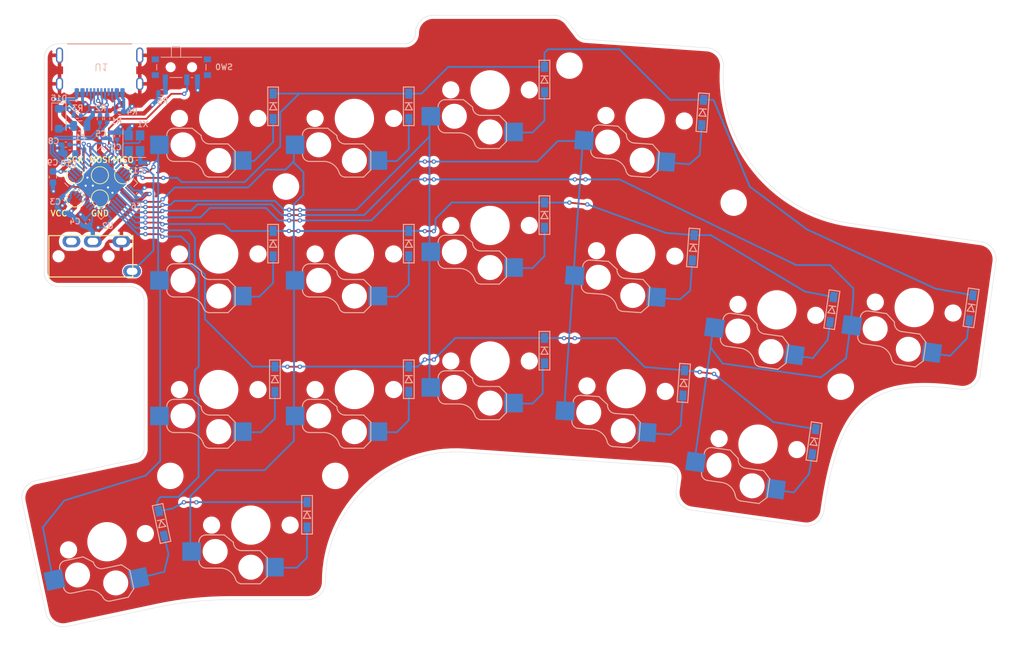
<source format=kicad_pcb>
(kicad_pcb (version 20221018) (generator pcbnew)
  (layers (0 "F.Cu" signal "Front") (1 "In1.Cu" signal) (2 "In2.Cu" signal) (31 "B.Cu" signal "Back") (34 "B.Paste" user) (35 "F.Paste" user) (36 "B.SilkS" user "B.Silkscreen") (37 "F.SilkS" user "F.Silkscreen") (38 "B.Mask" user) (39 "F.Mask" user) (44 "Edge.Cuts" user))
  (net 0 "")
  (net 1 "VCC")
  (net 2 "GND")
  (net 3 "VBUS")
  (net 4 "/RAW")
  (net 5 "/ROW0")
  (net 6 "/ROW1")
  (net 7 "/ROW2")
  (net 8 "Net-(D5-A)")
  (net 9 "Net-(D6-A)")
  (net 10 "Net-(D7-A)")
  (net 11 "Net-(D8-A)")
  (net 12 "Net-(D9-A)")
  (net 13 "Net-(D10-A)")
  (net 14 "Net-(D11-A)")
  (net 15 "Net-(D12-A)")
  (net 16 "Net-(D13-A)")
  (net 17 "/ROW3")
  (net 18 "Net-(D16-A)")
  (net 19 "Net-(D17-A)")
  (net 20 "Net-(D18-A)")
  (net 21 "/RESET")
  (net 22 "/COL1")
  (net 23 "/COL2")
  (net 24 "/COL3")
  (net 25 "/COL4")
  (net 26 "/COL5")
  (net 27 "/D-")
  (net 28 "/D+")
  (net 29 "/MOSI")
  (net 30 "/SCK")
  (net 31 "/serial")
  (net 33 "/MISO")
  (net 34 "Net-(U2-XTAL1)")
  (net 35 "Net-(U2-XTAL2)")
  (net 36 "Net-(U2-UCAP)")
  (net 37 "Net-(D1-A)")
  (net 38 "Net-(D2-A)")
  (net 39 "Net-(D3-A)")
  (net 40 "Net-(D4-A)")
  (net 41 "Net-(D14-A)")
  (net 42 "Net-(U1-CC)")
  (net 43 "Net-(U1-VCONN)")
  (net 57 "Net-(R1-Pad2)")
  (net 58 "Net-(R2-Pad1)")
  (net 59 "Net-(SW0-A)")
  (footprint "TestPoint:TestPoint_Pad_D2.0mm" (layer "F.Cu") (at 54.242283 86.411522)
    (fp_text reference "MISO1" hide)
    (fp_text value "TestPoint")
  )
  (footprint "Library:keyboard" (layer "F.Cu") (at 127.344949 78.421782 -4)
    (fp_text reference "SW12" hide)
    (fp_text value "SW_PUSH" hide)
  )
  (footprint "MountingHole:MountingHole_3.2mm_M3" (layer "F.Cu") (at 154.5 117.25)
    (fp_text reference "H6" hide)
    (fp_text value "MountingHole")
  )
  (footprint "MountingHole:MountingHole_3.2mm_M3" (layer "F.Cu") (at 117.5 74.4)
    (fp_text reference "H3" hide)
    (fp_text value "MountingHole")
  )
  (footprint "TestPoint:TestPoint_Pad_D2.0mm" (layer "F.Cu") (at 47.492283 86.411522)
    (fp_text reference "SCK1" hide)
    (fp_text value "TestPoint")
  )
  (footprint "Library:keyboard" (layer "F.Cu") (at 143.154949 124.097782 -8)
    (fp_text reference "SW17" hide)
    (fp_text value "SW_PUSH" hide)
  )
  (footprint "Library:keyboard" (layer "F.Cu") (at 145.799949 105.282782 -8)
    (fp_text reference "SW16" hide)
    (fp_text value "SW_PUSH" hide)
  )
  (footprint "Library:keyboard" (layer "F.Cu") (at 124.694949 116.327782 -4)
    (fp_text reference "SW14" hide)
    (fp_text value "SW_PUSH" hide)
  )
  (footprint "Library:keyboard" (layer "F.Cu") (at 105.629949 93.447782)
    (fp_text reference "SW10" hide)
    (fp_text value "SW_PUSH" hide)
  )
  (footprint "Library:keyboard" (layer "F.Cu") (at 105.629949 112.447782)
    (fp_text reference "SW11" hide)
    (fp_text value "SW_PUSH" hide)
  )
  (footprint "Library:keyboard" (layer "F.Cu") (at 105.629949 74.447782)
    (fp_text reference "SW9" hide)
    (fp_text value "SW_PUSH" hide)
  )
  (footprint "MountingHole:MountingHole_3.2mm_M3" (layer "F.Cu") (at 140.6 94.2)
    (fp_text reference "H2" hide)
    (fp_text value "MountingHole")
  )
  (footprint "Library:keyboard" (layer "F.Cu") (at 67.629949 116.447782)
    (fp_text reference "SW3" hide)
    (fp_text value "SW_PUSH" hide)
  )
  (footprint "Library:keyboard" (layer "F.Cu") (at 165.029949 104.957782 -8)
    (fp_text reference "SW15" hide)
    (fp_text value "SW_PUSH" hide)
  )
  (footprint "Library:keyboard" (layer "F.Cu") (at 86.629949 78.447782)
    (fp_text reference "SW5" hide)
    (fp_text value "SW_PUSH" hide)
  )
  (footprint "MountingHole:MountingHole_3.2mm_M3" (layer "F.Cu") (at 75.3 107.95)
    (fp_text reference "H4" hide)
    (fp_text value "MountingHole")
  )
  (footprint "Library:keyboard" (layer "F.Cu") (at 86.629949 97.447782)
    (fp_text reference "SW6" hide)
    (fp_text value "SW_PUSH" hide)
  )
  (footprint "Library:keyboard" (layer "F.Cu") (at 86.629949 116.447782)
    (fp_text reference "SW7" hide)
    (fp_text value "SW_PUSH" hide)
  )
  (footprint "MountingHole:MountingHole_3.2mm_M3" (layer "F.Cu") (at 67.1 128.5)
    (fp_text reference "H5" hide)
    (fp_text value "MountingHole")
  )
  (footprint "Library:keyboard" (layer "F.Cu") (at 67.629949 97.447782)
    (fp_text reference "SW2" hide)
    (fp_text value "SW_PUSH" hide)
  )
  (footprint "Library:keyboard" (layer "F.Cu") (at 51.979949 137.777782 12)
    (fp_text reference "SW4" hide)
    (fp_text value "SW_PUSH" hide)
  )
  (footprint "TestPoint:TestPoint_Pad_D2.0mm" (layer "F.Cu") (at 50.992283 86.411522)
    (fp_text reference "MOSI1" hide)
    (fp_text value "TestPoint")
  )
  (footprint "Library:keyboard" (layer "F.Cu") (at 72.129949 135.447782)
    (fp_text reference "SW8" hide)
    (fp_text value "SW_PUSH" hide)
  )
  (footprint "kbd:MJ-4PP-9_1side" (layer "F.Cu") (at 43.7 97.772782 90)
    (fp_text reference "J1")
    (fp_text value "MJ-4PP-9" hide)
  )
  (footprint "TestPoint:TestPoint_Pad_D2.0mm" (layer "F.Cu") (at 47.492283 89.661522)
    (fp_text reference "VCC1" hide)
    (fp_text value "TestPoint")
  )
  (footprint "MountingHole:MountingHole_3.2mm_M3" (layer "F.Cu") (at 83.95 128.55)
    (fp_text reference "H1" hide)
    (fp_text value "MountingHole")
  )
  (footprint "TestPoint:TestPoint_Pad_D2.0mm" (layer "F.Cu") (at 50.992283 89.661522)
    (fp_text reference "GND1" hide)
    (fp_text value "TestPoint")
  )
  (footprint "Library:keyboard" (layer "F.Cu") (at 126.029949 97.372782 -4)
    (fp_text reference "SW13" hide)
    (fp_text value "SW_PUSH" hide)
  )
  (footprint "Library:keyboard" (layer "F.Cu") (at 67.629949 78.447782)
    (fp_text reference "SW1" hide)
    (fp_text value "SW_PUSH" hide)
  )
  (footprint "kbd:D3_SMD_v2" (layer "B.Cu") (at 173 105 -98)
    (fp_text reference "D16" hide)
    (fp_text value "D" hide)
  )
  (footprint "Capacitor_SMD:C_0402_1005Metric" (layer "B.Cu") (at 56.411522 89.161522 45)
    (fp_text reference "C6")
    (fp_text value "0u1")
  )
  (footprint "kbd:D3_SMD_v2" (layer "B.Cu") (at 75.25 76.75 -90)
    (fp_text reference "D1" hide)
    (fp_text value "D" hide)
  )
  (footprint "Capacitor_SMD:C_0402_1005Metric" (layer "B.Cu") (at 46.222283 82.125 180)
    (fp_text reference "C8")
    (fp_text value "0u1")
  )
  (footprint "kbd:D3_SMD_v2" (layer "B.Cu") (at 134.081456 96.572419 -94)
    (fp_text reference "D13" hide)
    (fp_text value "D" hide)
  )
  (footprint "Diode_SMD:D_SOD-123F" (layer "B.Cu") (at 45.25 78.5 -90)
    (fp_text reference "D15")
    (fp_text value "D_Schottky")
  )
  (footprint "Capacitor_SMD:C_0603_1608Metric" (layer "B.Cu") (at 46.786522 83.375 180)
    (fp_text reference "C7" hide)
    (fp_text value "1u")
  )
  (footprint "kbd:D3_SMD_v2" (layer "B.Cu") (at 94.25 96 -90)
    (fp_text reference "D6" hide)
    (fp_text value "D" hide)
  )
  (footprint "Capacitor_SMD:C_0402_1005Metric" (layer "B.Cu") (at 53.411522 80.911522 90)
    (fp_text reference "C2")
    (fp_text value "22p")
  )
  (footprint "3435:usb-mid-mount" (layer "B.Cu") (at 50.954949 70.752782)
    (fp_text reference "U1")
    (fp_text value "~")
    (fp_line (start -4.62 -2.75) (end -4.62 3.45) (stroke (width 0.01)) (layer "Edge.Cuts"))
    (fp_line (start -3.82 3.45) (end 3.82 3.45) (stroke (width 0.01)) (layer "Edge.Cuts"))
    (fp_line (start 4.62 3.45) (end 4.62 -2.75) (stroke (width 0.01)) (layer "Edge.Cuts"))
    (fp_arc (start -4.295 3.85) (mid -4.540343 3.71731) (end -4.62 3.45) (stroke (width 0.01)) (layer "Edge.Cuts"))
    (fp_arc (start -3.97 3.57) (mid -4.07451 3.77731) (end -4.295 3.85) (stroke (width 0.01)) (layer "Edge.Cuts"))
    (fp_arc (start -3.97 3.57) (mid -3.919853 3.478934) (end -3.82 3.45) (stroke (width 0.01)) (layer "Edge.Cuts"))
    (fp_arc (start 3.82 3.45) (mid 3.919853 3.478934) (end 3.97 3.57) (stroke (width 0.01)) (layer "Edge.Cuts"))
    (fp_arc (start 4.295 3.85) (mid 4.07451 3.77731) (end 3.97 3.57) (stroke (width 0.01)) (layer "Edge.Cuts"))
    (fp_arc (start 4.62 3.45) (mid 4.540343 3.71731) (end 4.295 3.85) (stroke (width 0.01)) (layer "Edge.Cuts"))
  )
  (footprint "Resistor_SMD:R_0402_1005Metric" (layer "B.Cu") (at 52 78.5 -90)
    (fp_text reference "R2")
    (fp_text value "22")
  )
  (footprint "Resistor_SMD:R_0402_1005Metric" (layer "B.Cu") (at 59.7 74.8 180)
    (fp_text reference "R5")
    (fp_text value "10k")
  )
  (footprint "kbd:D3_SMD_v2" (layer "B.Cu") (at 75.25 96 -90)
    (fp_text reference "D2" hide)
    (fp_text value "D" hide)
  )
  (footprint "kbd:D3_SMD_v2" (layer "B.Cu") (at 151 123.75 -98)
    (fp_text reference "D18" hide)
    (fp_text value "D" hide)
  )
  (footprint "Fuse:Fuse_0805_2012Metric" (layer "B.Cu") (at 48.25 79.5 180)
    (fp_text reference "F1")
    (fp_text value "500mA")
  )
  (footprint "kbd:D3_SMD_v2" (layer "B.Cu") (at 153.5 105.25 -98)
    (fp_text reference "D17" hide)
    (fp_text value "D" hide)
  )
  (footprint "Crystal:Crystal_SMD_SeikoEpson_FA238-4Pin_3.2x2.5mm" (layer "B.Cu") (at 55.816503 81.919239 90)
    (fp_text reference "X1")
    (fp_text value "16MHz")
  )
  (footprint "kbd:D3_SMD_v2" (layer "B.Cu") (at 59.623886 135.223668 -78)
    (fp_text reference "D4" hide)
    (fp_text value "D" hide)
  )
  (footprint "Capacitor_SMD:C_0402_1005Metric" (layer "B.Cu") (at 46.161522 89.661522 -45)
    (fp_text reference "C3")
    (fp_text value "0u1")
  )
  (footprint "Package_DFN_QFN:QFN-44-1EP_7x7mm_P0.5mm_EP5.2x5.2mm" (layer "B.Cu") (at 51.161522 87.5 -45)
    (fp_text reference "U2")
    (fp_text value "ATmega32U4-M")
  )
  (footprint "kbd:D3_SMD_v2" (layer "B.Cu") (at 75.5 115 -90)
    (fp_text reference "D3" hide)
    (fp_text value "D" hide)
  )
  (footprint "kbd:D3_SMD_v2" (layer "B.Cu") (at 135.406829 77.618702 -94)
    (fp_text reference "D12" hide)
    (fp_text value "D" hide)
  )
  (footprint "Capacitor_SMD:C_0402_1005Metric" (layer "B.Cu") (at 56.161522 84.661522)
    (fp_text reference "C1")
    (fp_text value "22p")
  )
  (footprint "kbd:D3_SMD_v2" (layer "B.Cu") (at 113.25 92 -90)
    (fp_text reference "D10" hide)
    (fp_text value "D" hide)
  )
  (footprint "kbd:D3_SMD_v2" (layer "B.Cu") (at 94.25 115 -90)
    (fp_text reference "D7" hide)
    (fp_text value "D" hide)
  )
  (footprint "kbd:D3_SMD_v2" (layer "B.Cu") (at 94.25 76.75 -90)
    (fp_text reference "D5" hide)
    (fp_text value "D" hide)
  )
  (footprint "Button_Switch_SMD:SW_SPDT_PCM12" (layer "B.Cu") (at 62.4 71.6)
    (fp_text reference "SW0")
    (fp_text value "SW_SPDT")
  )
  (footprint "kbd:D3_SMD_v2" (layer "B.Cu") (at 132.756083 115.526136 -94)
    (fp_text reference "D14" hide)
    (fp_text value "D" hide)
  )
  (footprint "Resistor_SMD:R_0402_1005Metric" (layer "B.Cu") (at 53.7 77.5 180)
    (fp_text reference "R4")
    (fp_text value "5k1")
  )
  (footprint "Resistor_SMD:R_0402_1005Metric" (layer "B.Cu") (at 47.8 78.05 180)
    (fp_text reference "R3")
    (fp_text value "5k1")
  )
  (footprint "Resistor_SMD:R_0402_1005Metric" (layer "B.Cu") (at 51 78.5 90)
    (fp_text reference "R1")
    (fp_text value "22")
  )
  (footprint "kbd:D3_SMD_v2" (layer "B.Cu") (at 113.25 73 -90)
    (fp_text reference "D9" hide)
    (fp_text value "D" hide)
  )
  (footprint "Capacitor_SMD:C_0402_1005Metric" (layer "B.Cu") (at 52.411522 80.911522 90)
    (fp_text reference "C5")
    (fp_text value "0u1")
  )
  (footprint "Capacitor_SMD:C_0402_1005Metric" (layer "B.Cu") (at 49.286522 92.911522 135)
    (fp_text reference "C4")
    (fp_text value "0u1")
  )
  (footprint "Capacitor_SMD:C_0603_1608Metric" (layer "B.Cu") (at 44.411522 86.661522 -90)
    (fp_text reference "C9")
    (fp_text value "4u7" hide)
  )
  (footprint "kbd:D3_SMD_v2" (layer "B.Cu") (at 113.25 111 -90)
    (fp_text reference "D11" hide)
    (fp_text value "D" hide)
  )
  (footprint "kbd:D3_SMD_v2" (layer "B.Cu") (at 80 134 -90)
    (fp_text reference "D8" hide)
    (fp_text value "D" hide)
  )
  (gr_line (start 40.051447 131.563071) (end 40.058847 131.441169) (stroke (width 0.05)) (layer "Edge.Cuts"))
  (gr_line (start 43.180548 99.998878) (end 43.180048 69.998878) (stroke (width 0.05)) (layer "Edge.Cuts"))
  (gr_line (start 171.703455 116.436873) (end 171.576349 116.42887) (stroke (width 0.05)) (layer "Edge.Cuts"))
  (gr_line (start 131.553445 127.706679) (end 131.603952 127.765777) (stroke (width 0.05)) (layer "Edge.Cuts"))
  (gr_line (start 57.128648 125.160773) (end 57.110948 125.221976) (stroke (width 0.05)) (layer "Edge.Cuts"))
  (gr_line (start 133.826456 133.342872) (end 133.699457 133.321769) (stroke (width 0.05)) (layer "Edge.Cuts"))
  (gr_line (start 131.062143 127.345778) (end 131.130838 127.379279) (stroke (width 0.05)) (layer "Edge.Cuts"))
  (gr_line (start 174.965051 95.882377) (end 175.077844 95.932273) (stroke (width 0.05)) (layer "Edge.Cuts"))
  (gr_line (start 82.33925 144.467078) (end 82.284448 144.576072) (stroke (width 0.05)) (layer "Edge.Cuts"))
  (gr_line (start 173.300958 115.934974) (end 173.203455 116.004874) (stroke (width 0.05)) (layer "Edge.Cuts"))
  (gr_line (start 95.825647 64.820975) (end 95.91115 64.731078) (stroke (width 0.05)) (layer "Edge.Cuts"))
  (gr_line (start 87.06315 131.427772) (end 87.699152 130.735068) (stroke (width 0.05)) (layer "Edge.Cuts"))
  (gr_line (start 137.545755 69.226874) (end 137.633554 69.313773) (stroke (width 0.05)) (layer "Edge.Cuts"))
  (gr_line (start 138.112543 70.024978) (end 138.159647 70.13758) (stroke (width 0.05)) (layer "Edge.Cuts"))
  (gr_line (start 151.695245 134.840079) (end 151.608545 134.923285) (stroke (width 0.05)) (layer "Edge.Cuts"))
  (gr_line (start 176.201349 96.990676) (end 176.256769 97.097472) (stroke (width 0.05)) (layer "Edge.Cuts"))
  (gr_line (start 57.042848 125.399375) (end 57.015447 125.456176) (stroke (width 0.05)) (layer "Edge.Cuts"))
  (gr_line (start 91.363649 127.811576) (end 92.172449 127.349875) (stroke (width 0.05)) (layer "Edge.Cuts"))
  (gr_line (start 43.189848 69.801177) (end 43.201948 69.703574) (stroke (width 0.05)) (layer "Edge.Cuts"))
  (gr_line (start 80.806047 145.790778) (end 80.688249 145.823478) (stroke (width 0.05)) (layer "Edge.Cuts"))
  (gr_line (start 118.242944 67.062774) (end 118.181345 67.013274) (stroke (width 0.05)) (layer "Edge.Cuts"))
  (gr_line (start 115.16395 64.064979) (end 115.301851 64.101478) (stroke (width 0.05)) (layer "Edge.Cuts"))
  (gr_line (start 55.179548 101.998878) (end 55.278547 102.000876) (stroke (width 0.05)) (layer "Edge.Cuts"))
  (gr_line (start 40.939749 129.742469) (end 41.034948 129.666175) (stroke (width 0.05)) (layer "Edge.Cuts"))
  (gr_line (start 138.277948 72.232078) (end 138.324243 71.219878) (stroke (width 0.05)) (layer "Edge.Cuts"))
  (gr_line (start 57.143747 125.098479) (end 57.128648 125.160781) (stroke (width 0.05)) (layer "Edge.Cuts"))
  (gr_line (start 139.939844 80.804275) (end 139.582544 79.914573) (stroke (width 0.05)) (layer "Edge.Cuts"))
  (gr_line (start 95.03515 67.139777) (end 95.002351 67.205176) (stroke (width 0.05)) (layer "Edge.Cuts"))
  (gr_line (start 174.484247 95.738578) (end 174.608667 95.765876) (stroke (width 0.05)) (layer "Edge.Cuts"))
  (gr_line (start 56.118349 126.209174) (end 56.055147 126.226974) (stroke (width 0.05)) (layer "Edge.Cuts"))
  (gr_line (start 43.332148 69.233474) (end 43.371748 69.144271) (stroke (width 0.05)) (layer "Edge.Cuts"))
  (gr_line (start 40.054449 131.808082) (end 40.049948 131.685477) (stroke (width 0.05)) (layer "Edge.Cuts"))
  (gr_line (start 82.38875 144.355582) (end 82.33925 144.467078) (stroke (width 0.05)) (layer "Edge.Cuts"))
  (gr_line (start 131.938043 128.686881) (end 131.93725 128.763984) (stroke (width 0.05)) (layer "Edge.Cuts"))
  (gr_line (start 158.432153 118.315673) (end 158.702646 118.109077) (stroke (width 0.05)) (layer "Edge.Cuts"))
  (gr_line (start 118.584245 67.257873) (end 118.512048 67.226172) (stroke (width 0.05)) (layer "Edge.Cuts"))
  (gr_line (start 56.446947 102.451774) (end 56.521745 102.516273) (stroke (width 0.05)) (layer "Edge.Cuts"))
  (gr_line (start 173.73327 115.519675) (end 173.654749 115.611075) (stroke (width 0.05)) (layer "Edge.Cuts"))
  (gr_line (start 90.577646 128.315375) (end 91.363649 127.811576) (stroke (width 0.05)) (layer "Edge.Cuts"))
  (gr_line (start 40.388147 130.39907) (end 40.453146 130.293464) (stroke (width 0.05)) (layer "Edge.Cuts"))
  (gr_line (start 45.520449 149.685081) (end 45.400049 149.665778) (stroke (width 0.05)) (layer "Edge.Cuts"))
  (gr_line (start 81.36255 145.544181) (end 81.256151 145.604377) (stroke (width 0.05)) (layer "Edge.Cuts"))
  (gr_line (start 81.932146 145.076774) (end 81.846643 145.166678) (stroke (width 0.05)) (layer "Edge.Cuts"))
  (gr_line (start 82.284448 144.576072) (end 82.224245 144.682364) (stroke (width 0.05)) (layer "Edge.Cuts"))
  (gr_line (start 56.414049 126.082679) (end 56.357851 126.112777) (stroke (width 0.05)) (layer "Edge.Cuts"))
  (gr_line (start 115.301851 64.101478) (end 115.437051 64.145675) (stroke (width 0.05)) (layer "Edge.Cuts"))
  (gr_line (start 43.990149 68.391273) (end 44.070448 68.334876) (stroke (width 0.05)) (layer "Edge.Cuts"))
  (gr_line (start 174.849145 95.837874) (end 174.965051 95.882377) (stroke (width 0.05)) (layer "Edge.Cuts"))
  (gr_line (start 85.908746 132.898475) (end 86.46615 132.149482) (stroke (width 0.05)) (layer "Edge.Cuts"))
  (gr_line (start 55.474847 102.020774) (end 55.571447 102.037673) (stroke (width 0.05)) (layer "Edge.Cuts"))
  (gr_line (start 115.823846 64.322974) (end 115.945543 64.396476) (stroke (width 0.05)) (layer "Edge.Cuts"))
  (gr_line (start 44.59965 149.369269) (end 44.494051 149.304267) (stroke (width 0.05)) (layer "Edge.Cuts"))
  (gr_line (start 93.82715 67.991576) (end 93.75345 67.996978) (stroke (width 0.05)) (layer "Edge.Cuts"))
  (gr_line (start 43.838148 101.481475) (end 43.766249 101.413077) (stroke (width 0.05)) (layer "Edge.Cuts"))
  (gr_line (start 95.74505 64.914474) (end 95.825647 64.820975) (stroke (width 0.05)) (layer "Edge.Cuts"))
  (gr_line (start 82.603349 142.454276) (end 82.676347 141.516776) (stroke (width 0.05)) (layer "Edge.Cuts"))
  (gr_line (start 175.396356 96.112479) (end 175.495355 96.182082) (stroke (width 0.05)) (layer "Edge.Cuts"))
  (gr_line (start 164.658044 116.099875) (end 165.08085 116.067672) (stroke (width 0.05)) (layer "Edge.Cuts"))
  (gr_line (start 149.952646 135.580176) (end 149.826547 135.578177) (stroke (width 0.05)) (layer "Edge.Cuts"))
  (gr_line (start 83.741945 136.993369) (end 84.090143 136.133368) (stroke (width 0.05)) (layer "Edge.Cuts"))
  (gr_line (start 138.428354 75.212073) (end 138.331049 74.229476) (stroke (width 0.05)) (layer "Edge.Cuts"))
  (gr_line (start 44.109449 148.996772) (end 44.023947 148.909171) (stroke (width 0.05)) (layer "Edge.Cuts"))
  (gr_line (start 139.582544 79.914573) (end 139.266046 79.00627) (stroke (width 0.05)) (layer "Edge.Cuts"))
  (gr_line (start 44.598848 101.912375) (end 44.506147 101.881774) (stroke (width 0.05)) (layer "Edge.Cuts"))
  (gr_line (start 41.560747 129.35897) (end 41.674547 129.313163) (stroke (width 0.05)) (layer "Edge.Cuts"))
  (gr_line (start 174.27215 114.286376) (end 176.485071 98.541076) (stroke (width 0.05)) (layer "Edge.Cuts"))
  (gr_line (start 156.082147 93.149077) (end 155.082346 92.983878) (stroke (width 0.05)) (layer "Edge.Cuts"))
  (gr_line (start 160.49415 117.078376) (end 160.825357 116.940879) (stroke (width 0.05)) (layer "Edge.Cuts"))
  (gr_line (start 137.260446 68.99488) (end 137.359048 69.067283) (stroke (width 0.05)) (layer "Edge.Cuts"))
  (gr_line (start 158.980341 117.912475) (end 159.265848 117.725875) (stroke (width 0.05)) (layer "Edge.Cuts"))
  (gr_line (start 84.91575 134.471473) (end 85.391649 133.67298) (stroke (width 0.05)) (layer "Edge.Cuts"))
  (gr_line (start 172.439447 116.354873) (end 172.320856 116.383475) (stroke (width 0.05)) (layer "Edge.Cuts"))
  (gr_line (start 162.648447 116.396873) (end 163.049951 116.316276) (stroke (width 0.05)) (layer "Edge.Cuts"))
  (gr_line (start 176.499658 98.413177) (end 176.48504 98.541076) (stroke (width 0.05)) (layer "Edge.Cuts"))
  (gr_line (start 157.600244 119.055778) (end 157.880441 118.787475) (stroke (width 0.05)) (layer "Edge.Cuts"))
  (gr_line (start 131.678949 131.025275) (end 131.673944 130.900275) (stroke (width 0.05)) (layer "Edge.Cuts"))
  (gr_line (start 44.199247 149.080283) (end 44.109346 148.996787) (stroke (width 0.05)) (layer "Edge.Cuts"))
  (gr_line (start 80.202951 145.895774) (end 80.07895 145.89878) (stroke (width 0.05)) (layer "Edge.Cuts"))
  (gr_line (start 153.139749 92.516677) (end 152.198846 92.217177) (stroke (width 0.05)) (layer "Edge.Cuts"))
  (gr_line (start 171.829553 116.438476) (end 171.703455 116.436477) (stroke (width 0.05)) (layer "Edge.Cuts"))
  (gr_line (start 131.500146 127.650474) (end 131.553445 127.706672) (stroke (width 0.05)) (layer "Edge.Cuts"))
  (gr_line (start 94.739549 67.559577) (end 94.685648 67.610778) (stroke (width 0.05)) (layer "Edge.Cuts"))
  (gr_line (start 95.191148 66.251777) (end 95.206346 66.129676) (stroke (width 0.05)) (layer "Edge.Cuts"))
  (gr_line (start 57.169748 103.801177) (end 57.177049 103.89968) (stroke (width 0.05)) (layer "Edge.Cuts"))
  (gr_line (start 170.193445 116.253776) (end 171.448541 116.414077) (stroke (width 0.05)) (layer "Edge.Cuts"))
  (gr_line (start 40.081648 132.05297) (end 40.064947 131.930579) (stroke (width 0.05)) (layer "Edge.Cuts"))
  (gr_line (start 43.667048 148.416083) (end 43.610647 148.307776) (stroke (width 0.05)) (layer "Edge.Cuts"))
  (gr_line (start 138.059946 69.91468) (end 138.112543 70.024978) (stroke (width 0.05)) (layer "Edge.Cuts"))
  (gr_line (start 130.542841 127.213477) (end 130.620233 127.220481) (stroke (width 0.05)) (layer "Edge.Cuts"))
  (gr_line (start 44.023947 148.909171) (end 43.942946 148.817664) (stroke (width 0.05)) (layer "Edge.Cuts"))
  (gr_line (start 132.252252 132.465781) (end 132.17785 132.37168) (stroke (width 0.05)) (layer "Edge.Cuts"))
  (gr_line (start 45.400049 149.665778) (end 45.280748 149.640571) (stroke (width 0.05)) (layer "Edge.Cuts"))
  (gr_line (start 161.519647 116.694777) (end 161.883752 116.585975) (stroke (width 0.05)) (layer "Edge.Cuts"))
  (gr_line (start 130.772455 127.247474) (end 130.846857 127.26657) (stroke (width 0.05)) (layer "Edge.Cuts"))
  (gr_line (start 95.177049 66.573279) (end 95.171548 66.647079) (stroke (width 0.05)) (layer "Edge.Cuts"))
  (gr_line (start 155.611444 121.766379) (end 155.837244 121.366477) (stroke (width 0.05)) (layer "Edge.Cuts"))
  (gr_line (start 130.696848 127.232276) (end 130.772455 127.247474) (stroke (width 0.05)) (layer "Edge.Cuts"))
  (gr_line (start 56.895849 102.971976) (end 56.943948 103.057075) (stroke (width 0.05)) (layer "Edge.Cuts"))
  (gr_line (start 130.620248 127.220878) (end 130.696848 127.232276) (stroke (width 0.05)) (layer "Edge.Cuts"))
  (gr_line (start 43.180048 69.998878) (end 43.182448 69.89968) (stroke (width 0.05)) (layer "Edge.Cuts"))
  (gr_line (start 46.375448 149.652976) (end 58.948148 146.980582) (stroke (width 0.05)) (layer "Edge.Cuts"))
  (gr_line (start 153.055353 129.508079) (end 153.296655 128.380973) (stroke (width 0.05)) (layer "Edge.Cuts"))
  (gr_line (start 96.496049 125.69358) (end 97.40455 125.497077) (stroke (width 0.05)) (layer "Edge.Cuts"))
  (gr_line (start 117.961649 66.782577) (end 116.57615 64.976874) (stroke (width 0.05)) (layer "Edge.Cuts"))
  (gr_line (start 44.153048 68.282577) (end 44.238146 68.234473) (stroke (width 0.05)) (layer "Edge.Cuts"))
  (gr_line (start 131.684045 130.647071) (end 131.69874 130.519263) (stroke (width 0.05)) (layer "Edge.Cuts"))
  (gr_line (start 82.575845 143.52288) (end 82.566644 143.645972) (stroke (width 0.05)) (layer "Edge.Cuts"))
  (gr_line (start 116.283945 64.657676) (end 116.386842 64.757773) (stroke (width 0.05)) (layer "Edge.Cuts"))
  (gr_line (start 131.835352 128.163978) (end 131.861353 128.235877) (stroke (width 0.05)) (layer "Edge.Cuts"))
  (gr_line (start 171.954553 116.433875) (end 171.829553 116.438872) (stroke (width 0.05)) (layer "Edge.Cuts"))
  (gr_line (start 95.133646 66.864478) (end 95.114046 66.935081) (stroke (width 0.05)) (layer "Edge.Cuts"))
  (gr_line (start 131.603952 127.765777) (end 131.651254 127.827476) (stroke (width 0.05)) (layer "Edge.Cuts"))
  (gr_line (start 89.816049 128.860679) (end 90.577646 128.315375) (stroke (width 0.05)) (layer "Edge.Cuts"))
  (gr_line (start 156.069254 120.985373) (end 156.30755 120.622375) (stroke (width 0.05)) (layer "Edge.Cuts"))
  (gr_line (start 157.880441 118.787475) (end 158.168436 118.532477) (stroke (width 0.05)) (layer "Edge.Cuts"))
  (gr_line (start 132.17785 132.37168) (end 132.10795 132.274177) (stroke (width 0.05)) (layer "Edge.Cuts"))
  (gr_line (start 176.352045 97.319076) (end 176.391748 97.433478) (stroke (width 0.05)) (layer "Edge.Cuts"))
  (gr_line (start 82.796945 140.587974) (end 82.964548 139.669471) (stroke (width 0.05)) (layer "Edge.Cuts"))
  (gr_line (start 156.30755 120.622375) (end 156.552255 120.276877) (stroke (width 0.05)) (layer "Edge.Cuts"))
  (gr_line (start 139.266046 79.006278) (end 138.991449 78.08068) (stroke (width 0.05)) (layer "Edge.Cuts"))
  (gr_line (start 93.002145 126.930778) (end 93.851045 126.555076) (stroke (width 0.05)) (layer "Edge.Cuts"))
  (gr_line (start 43.218847 69.606879) (end 43.240248 69.511382) (stroke (width 0.05)) (layer "Edge.Cuts"))
  (gr_line (start 151.424051 135.076575) (end 151.326547 135.146476) (stroke (width 0.05)) (layer "Edge.Cuts"))
  (gr_line (start 56.919447 125.618278) (end 56.844648 125.718879) (stroke (width 0.05)) (layer "Edge.Cuts"))
  (gr_line (start 83.437845 137.870475) (end 83.741945 136.993369) (stroke (width 0.05)) (layer "Edge.Cuts"))
  (gr_line (start 96.61075 64.238578) (end 96.722353 64.189178) (stroke (width 0.05)) (layer "Edge.Cuts"))
  (gr_line (start 172.078149 116.423079) (end 171.954553 116.433883) (stroke (width 0.05)) (layer "Edge.Cuts"))
  (gr_line (start 96.191545 64.489478) (end 96.291948 64.418876) (stroke (width 0.05)) (layer "Edge.Cuts"))
  (gr_line (start 45.180548 101.998878) (end 45.081347 101.995879) (stroke (width 0.05)) (layer "Edge.Cuts"))
  (gr_line (start 56.180349 126.188773) (end 56.118349 126.209174) (stroke (width 0.05)) (layer "Edge.Cuts"))
  (gr_line (start 162.259943 116.486678) (end 162.648447 116.39688) (stroke (width 0.05)) (layer "Edge.Cuts"))
  (gr_line (start 154.086755 125.448379) (end 154.372751 124.598876) (stroke (width 0.05)) (layer "Edge.Cuts"))
  (gr_line (start 151.326547 135.146476) (end 151.225854 135.211677) (stroke (width 0.05)) (layer "Edge.Cuts"))
  (gr_line (start 142.303156 84.930076) (end 141.756952 84.152076) (stroke (width 0.05)) (layer "Edge.Cuts"))
  (gr_line (start 40.072348 131.319877) (end 40.091646 131.19947) (stroke (width 0.05)) (layer "Edge.Cuts"))
  (gr_line (start 152.274744 133.919883) (end 152.230341 134.035682) (stroke (width 0.05)) (layer "Edge.Cuts"))
  (gr_line (start 176.425867 97.550078) (end 176.454462 97.668777) (stroke (width 0.05)) (layer "Edge.Cuts"))
  (gr_line (start 40.597948 130.092872) (end 40.677149 129.998771) (stroke (width 0.05)) (layer "Edge.Cuts"))
  (gr_line (start 94.790849 67.505675) (end 94.739549 67.559577) (stroke (width 0.05)) (layer "Edge.Cuts"))
  (gr_line (start 176.504846 98.035079) (end 176.509851 98.160079) (stroke (width 0.05)) (layer "Edge.Cuts"))
  (gr_line (start 40.226748 130.730781) (end 40.275049 130.617988) (stroke (width 0.05)) (layer "Edge.Cuts"))
  (gr_line (start 131.386041 127.547179) (end 131.444345 127.597281) (stroke (width 0.05)) (layer "Edge.Cuts"))
  (gr_line (start 138.20115 70.252173) (end 138.237054 70.368773) (stroke (width 0.05)) (layer "Edge.Cuts"))
  (gr_line (start 46.008547 149.702979) (end 45.885946 149.707984) (stroke (width 0.05)) (layer "Edge.Cuts"))
  (gr_line (start 175.495355 96.182075) (end 175.590662 96.256278) (stroke (width 0.05)) (layer "Edge.Cuts"))
  (gr_line (start 43.728647 148.521476) (end 43.667048 148.416083) (stroke (width 0.05)) (layer "Edge.Cuts"))
  (gr_line (start 95.369249 65.542174) (end 95.418649 65.430671) (stroke (width 0.05)) (layer "Edge.Cuts"))
  (gr_line (start 57.092947 103.417174) (end 57.119146 103.511374) (stroke (width 0.05)) (layer "Edge.Cuts"))
  (gr_line (start 44.818548 149.482383) (end 44.707949 149.42858) (stroke (width 0.05)) (layer "Edge.Cuts"))
  (gr_line (start 96.094545 64.565078) (end 96.191545 64.489478) (stroke (width 0.05)) (layer "Edge.Cuts"))
  (gr_line (start 131.735651 127.956977) (end 131.772455 128.024375) (stroke (width 0.05)) (layer "Edge.Cuts"))
  (gr_line (start 95.91115 64.731078) (end 96.000948 64.645576) (stroke (width 0.05)) (layer "Edge.Cuts"))
  (gr_line (start 93.972948 67.969779) (end 93.900446 67.982482) (stroke (width 0.05)) (layer "Edge.Cuts"))
  (gr_line (start 131.861353 128.235877) (end 131.883646 128.308982) (stroke (width 0.05)) (layer "Edge.Cuts"))
  (gr_line (start 114.592744 63.998878) (end 114.737848 64.003081) (stroke (width 0.05)) (layer "Edge.Cuts"))
  (gr_line (start 44.391749 149.234183) (end 44.293448 149.159476) (stroke (width 0.05)) (layer "Edge.Cuts"))
  (gr_line (start 165.08085 116.067679) (end 165.51745 116.044082) (stroke (width 0.05)) (layer "Edge.Cuts"))
  (gr_line (start 44.787947 68.037673) (end 44.884546 68.020774) (stroke (width 0.05)) (layer "Edge.Cuts"))
  (gr_line (start 136.722543 68.710074) (end 136.835336 68.756377) (stroke (width 0.05)) (layer "Edge.Cuts"))
  (gr_line (start 131.831644 131.741279) (end 131.792047 131.626884) (stroke (width 0.05)) (layer "Edge.Cuts"))
  (gr_line (start 151.121942 135.271979) (end 151.015237 135.327384) (stroke (width 0.05)) (layer "Edge.Cuts"))
  (gr_line (start 172.998865 116.130378) (end 172.892053 116.185775) (stroke (width 0.05)) (layer "Edge.Cuts"))
  (gr_line (start 44.238249 68.234473) (end 44.325449 68.190673) (stroke (width 0.05)) (layer "Edge.Cuts"))
  (gr_line (start 44.238749 101.763274) (end 44.15365 101.715171) (stroke (width 0.05)) (layer "Edge.Cuts"))
  (gr_line (start 175.187463 95.987372) (end 175.293665 96.047469) (stroke (width 0.05)) (layer "Edge.Cuts"))
  (gr_line (start 56.671148 125.899978) (end 56.623148 125.940581) (stroke (width 0.05)) (layer "Edge.Cuts"))
  (gr_line (start 43.990648 101.606376) (end 43.912848 101.545974) (stroke (width 0.05)) (layer "Edge.Cuts"))
  (gr_line (start 151.777841 134.752677) (end 151.695245 134.840079) (stroke (width 0.05)) (layer "Edge.Cuts"))
  (gr_line (start 44.153547 101.715178) (end 44.070948 101.662879) (stroke (width 0.05)) (layer "Edge.Cuts"))
  (gr_line (start 141.246545 83.349273) (end 140.772852 82.522872) (stroke (width 0.05)) (layer "Edge.Cuts"))
  (gr_line (start 56.468748 126.050376) (end 56.414049 126.082679) (stroke (width 0.05)) (layer "Edge.Cuts"))
  (gr_line (start 82.43255 144.241782) (end 82.38875 144.355582) (stroke (width 0.05)) (layer "Edge.Cuts"))
  (gr_line (start 118.512048 67.226172) (end 118.441751 67.190673) (stroke (width 0.05)) (layer "Edge.Cuts"))
  (gr_line (start 43.182448 69.899673) (end 43.189848 69.801169) (stroke (width 0.05)) (layer "Edge.Cuts"))
  (gr_line (start 55.853849 102.115973) (end 55.944849 102.151076) (stroke (width 0.05)) (layer "Edge.Cuts"))
  (gr_line (start 174.357355 95.717475) (end 156.082147 93.149077) (stroke (width 0.05)) (layer "Edge.Cuts"))
  (gr_line (start 133.575143 133.294471) (end 133.453439 133.261374) (stroke (width 0.05)) (layer "Edge.Cuts"))
  (gr_line (start 56.357748 126.112777) (end 56.299947 126.140479) (stroke (width 0.05)) (layer "Edge.Cuts"))
  (gr_line (start 132.042749 132.173469) (end 131.982355 132.069571) (stroke (width 0.05)) (layer "Edge.Cuts"))
  (gr_line (start 95.325349 65.655974) (end 95.369249 65.542174) (stroke (width 0.05)) (layer "Edge.Cuts"))
  (gr_line (start 45.179949 67.998878) (end 46.334949 67.998878) (stroke (width 0.05)) (layer "Edge.Cuts"))
  (gr_line (start 55.666948 102.059173) (end 55.761148 102.085273) (stroke (width 0.05)) (layer "Edge.Cuts"))
  (gr_line (start 55.278547 102.001273) (end 55.377046 102.008277) (stroke (width 0.05)) (layer "Edge.Cuts"))
  (gr_line (start 45.08135 101.996375) (end 44.982851 101.989371) (stroke (width 0.05)) (layer "Edge.Cuts"))
  (gr_line (start 82.503549 144.008277) (end 82.47085 144.125983) (stroke (width 0.05)) (layer "Edge.Cuts"))
  (gr_line (start 95.178949 66.498878) (end 95.181947 66.374877) (stroke (width 0.05)) (layer "Edge.Cuts"))
  (gr_line (start 116.38685 64.757773) (end 116.484354 64.864272) (stroke (width 0.05)) (layer "Edge.Cuts"))
  (gr_line (start 118.96705 67.357978) (end 118.888048 67.345977) (stroke (width 0.05)) (layer "Edge.Cuts"))
  (gr_line (start 133.105844 133.128074) (end 132.996347 133.072974) (stroke (width 0.05)) (layer "Edge.Cuts"))
  (gr_line (start 96.395349 64.353477) (end 96.501649 64.29338) (stroke (width 0.05)) (layer "Edge.Cuts"))
  (gr_line (start 173.942163 115.222678) (end 173.877161 115.325278) (stroke (width 0.05)) (layer "Edge.Cuts"))
  (gr_line (start 144.146249 87.102576) (end 143.498849 86.406577) (stroke (width 0.05)) (layer "Edge.Cuts"))
  (gr_line (start 65.355447 146.051475) (end 66.648248 145.966773) (stroke (width 0.05)) (layer "Edge.Cuts"))
  (gr_line (start 132.996347 133.072974) (end 132.890146 133.01287) (stroke (width 0.05)) (layer "Edge.Cuts"))
  (gr_line (start 94.685648 67.610778) (end 94.629549 67.659179) (stroke (width 0.05)) (layer "Edge.Cuts"))
  (gr_line (start 174.057367 115.006873) (end 174.002252 115.116469) (stroke (width 0.05)) (layer "Edge.Cuts"))
  (gr_line (start 45.046148 149.572974) (end 44.931349 149.530478) (stroke (width 0.05)) (layer "Edge.Cuts"))
  (gr_line (start 81.14715 145.659171) (end 81.035646 145.708564) (stroke (width 0.05)) (layer "Edge.Cuts"))
  (gr_line (start 131.197641 127.416274) (end 131.262537 127.456672) (stroke (width 0.05)) (layer "Edge.Cuts"))
  (gr_line (start 82.551546 143.768073) (end 82.530443 143.888877) (stroke (width 0.05)) (layer "Edge.Cuts"))
  (gr_line (start 96.501649 64.29338) (end 96.61075 64.238578) (stroke (width 0.05)) (layer "Edge.Cuts"))
  (gr_line (start 95.22735 66.00888) (end 95.25435 65.88948) (stroke (width 0.05)) (layer "Edge.Cuts"))
  (gr_line (start 159.861749 117.382476) (end 160.173151 117.225577) (stroke (width 0.05)) (layer "Edge.Cuts"))
  (gr_line (start 101.126848 125.180976) (end 102.070848 125.222472) (stroke (width 0.05)) (layer "Edge.Cuts"))
  (gr_line (start 43.415648 69.057075) (end 43.463747 68.971976) (stroke (width 0.05)) (layer "Edge.Cuts"))
  (gr_line (start 175.931451 96.594573) (end 176.005945 96.688575) (stroke (width 0.05)) (layer "Edge.Cuts"))
  (gr_line (start 97.554948 64.001975) (end 97.678949 63.998874) (stroke (width 0.05)) (layer "Edge.Cuts"))
  (gr_line (start 93.75345 67.996978) (end 93.678949 67.998878) (stroke (width 0.05)) (layer "Edge.Cuts"))
  (gr_line (start 94.83925 67.449477) (end 94.790849 67.505675) (stroke (width 0.05)) (layer "Edge.Cuts"))
  (gr_line (start 159.265848 117.725875) (end 159.559442 117.549277) (stroke (width 0.05)) (layer "Edge.Cuts"))
  (gr_line (start 173.807458 115.424376) (end 173.73324 115.519675) (stroke (width 0.05)) (layer "Edge.Cuts"))
  (gr_line (start 160.825342 116.940879) (end 161.16694 116.81298) (stroke (width 0.05)) (layer "Edge.Cuts"))
  (gr_line (start 137.633447 69.313773) (end 137.717142 69.405272) (stroke (width 0.05)) (layer "Edge.Cuts"))
  (gr_line (start 149.509943 91.069976) (end 148.661645 90.608878) (stroke (width 0.05)) (layer "Edge.Cuts"))
  (gr_line (start 94.115144 67.934073) (end 94.044542 67.953673) (stroke (width 0.05)) (layer "Edge.Cuts"))
  (gr_line (start 95.598947 65.111876) (end 95.66955 65.011474) (stroke (width 0.05)) (layer "Edge.Cuts"))
  (gr_line (start 154.968256 123.085776) (end 155.177148 122.625373) (stroke (width 0.05)) (layer "Edge.Cuts"))
  (gr_line (start 40.52315 130.191169) (end 40.597948 130.092872) (stroke (width 0.05)) (layer "Edge.Cuts"))
  (gr_line (start 154.566248 124.071876) (end 154.764749 123.567779) (stroke (width 0.05)) (layer "Edge.Cuts"))
  (gr_line (start 40.848249 129.823478) (end 40.939749 129.742484) (stroke (width 0.05)) (layer "Edge.Cuts"))
  (gr_line (start 131.674249 130.900275) (end 131.676248 130.774177) (stroke (width 0.05)) (layer "Edge.Cuts"))
  (gr_line (start 150.905756 135.377677) (end 150.793649 135.422675) (stroke (width 0.05)) (layer "Edge.Cuts"))
  (gr_line (start 174.190546 114.659377) (end 174.151666 114.778174) (stroke (width 0.05)) (layer "Edge.Cuts"))
  (gr_line (start 95.14985 66.792876) (end 95.133752 66.864478) (stroke (width 0.05)) (layer "Edge.Cuts"))
  (gr_line (start 44.070448 68.334876) (end 44.153048 68.282577) (stroke (width 0.05)) (layer "Edge.Cuts"))
  (gr_line (start 131.130853 127.379279) (end 131.197656 127.416282) (stroke (width 0.05)) (layer "Edge.Cuts"))
  (gr_line (start 82.08835 144.886176) (end 82.012849 144.983283) (stroke (width 0.05)) (layer "Edge.Cuts"))
  (gr_line (start 43.202448 100.294173) (end 43.190348 100.19657) (stroke (width 0.05)) (layer "Edge.Cuts"))
  (gr_line (start 88.373148 130.072974) (end 89.080644 129.446677) (stroke (width 0.05)) (layer "Edge.Cuts"))
  (gr_line (start 82.158846 144.78588) (end 82.088342 144.886176) (stroke (width 0.05)) (layer "Edge.Cuts"))
  (gr_line (start 136.250345 68.580977) (end 136.371042 68.604674) (stroke (width 0.05)) (layer "Edge.Cuts"))
  (gr_line (start 151.015253 135.327369) (end 150.905756 135.377662) (stroke (width 0.05)) (layer "Edge.Cuts"))
  (gr_line (start 133.699442 133.321769) (end 133.575143 133.294471) (stroke (width 0.05)) (layer "Edge.Cuts"))
  (gr_line (start 43.297148 69.324477) (end 43.332148 69.233474) (stroke (width 0.05)) (layer "Edge.Cuts"))
  (gr_line (start 44.707949 149.42858) (end 44.59965 149.369285) (stroke (width 0.05)) (layer "Edge.Cuts"))
  (gr_line (start 132.688348 132.878181) (end 132.593042 132.803977) (stroke (width 0.05)) (layer "Edge.Cuts"))
  (gr_line (start 99.25155 125.243873) (end 100.186548 125.18827) (stroke (width 0.05)) (layer "Edge.Cuts"))
  (gr_line (start 175.590662 96.256278) (end 175.682062 96.334777) (stroke (width 0.05)) (layer "Edge.Cuts"))
  (gr_line (start 94.04455 67.953673) (end 93.972948 67.969779) (stroke (width 0.05)) (layer "Edge.Cuts"))
  (gr_line (start 118.373247 67.15158) (end 118.306947 67.108977) (stroke (width 0.05)) (layer "Edge.Cuts"))
  (gr_line (start 45.763548 149.70597) (end 45.641749 149.698966) (stroke (width 0.05)) (layer "Edge.Cuts"))
  (gr_line (start 154.372751 124.598876) (end 154.566248 124.071876) (stroke (width 0.05)) (layer "Edge.Cuts"))
  (gr_line (start 94.96615 67.268973) (end 94.92695 67.331077) (stroke (width 0.05)) (layer "Edge.Cuts"))
  (gr_line (start 114.881647 64.015578) (end 115.023843 64.036277) (stroke (width 0.05)) (layer "Edge.Cuts"))
  (gr_line (start 95.178949 66.498878) (end 95.177049 66.573279) (stroke (width 0.05)) (layer "Edge.Cuts"))
  (gr_line (start 56.521848 102.516273) (end 56.593748 102.58467) (stroke (width 0.05)) (layer "Edge.Cuts"))
  (gr_line (start 43.372248 100.853477) (end 43.332647 100.764274) (stroke (width 0.05)) (layer "Edge.Cuts"))
  (gr_line (start 114.592744 63.998878) (end 97.678949 63.998878) (stroke (width 0.05)) (layer "Edge.Cuts"))
  (gr_line (start 167.417047 116.039474) (end 167.934152 116.061973) (stroke (width 0.05)) (layer "Edge.Cuts"))
  (gr_line (start 80.568948 145.850379) (end 80.448045 145.871482) (stroke (width 0.05)) (layer "Edge.Cuts"))
  (gr_line (start 176.075861 96.786078) (end 176.141046 96.886878) (stroke (width 0.05)) (layer "Edge.Cuts"))
  (gr_line (start 41.674547 129.313178) (end 41.790747 129.272971) (stroke (width 0.05)) (layer "Edge.Cuts"))
  (gr_line (start 97.309747 64.026275) (end 97.431848 64.011077) (stroke (width 0.05)) (layer "Edge.Cuts"))
  (gr_line (start 130.991846 127.31578) (end 131.062143 127.345778) (stroke (width 0.05)) (layer "Edge.Cuts"))
  (gr_line (start 115.698351 64.256675) (end 115.823953 64.322974) (stroke (width 0.05)) (layer "Edge.Cuts"))
  (gr_line (start 138.291544 70.606673) (end 138.310037 70.727675) (stroke (width 0.05)) (layer "Edge.Cuts"))
  (gr_line (start 152.198846 92.217177) (end 151.27955 91.875381) (stroke (width 0.05)) (layer "Edge.Cuts"))
  (gr_line (start 40.328749 130.507377) (end 40.388147 130.39907) (stroke (width 0.05)) (layer "Edge.Cuts"))
  (gr_line (start 43.943049 148.817679) (end 43.866648 148.722373) (stroke (width 0.05)) (layer "Edge.Cuts"))
  (gr_line (start 56.289049 102.334876) (end 56.369447 102.391273) (stroke (width 0.05)) (layer "Edge.Cuts"))
  (gr_line (start 56.593748 102.584678) (end 56.662149 102.656478) (stroke (width 0.05)) (layer "Edge.Cuts"))
  (gr_line (start 57.015447 125.456176) (end 56.985647 125.511573) (stroke (width 0.05)) (layer "Edge.Cuts"))
  (gr_line (start 173.102655 116.070075) (end 172.998865 116.130378) (stroke (width 0.05)) (layer "Edge.Cuts"))
  (gr_line (start 176.509454 98.160079) (end 176.507471 98.286178) (stroke (width 0.05)) (layer "Edge.Cuts"))
  (gr_line (start 118.658044 67.285773) (end 118.584245 67.257873) (stroke (width 0.05)) (layer "Edge.Cuts"))
  (gr_line (start 131.932443 128.841269) (end 131.923441 128.918571) (stroke (width 0.05)) (layer "Edge.Cuts"))
  (gr_line (start 141.756952 84.152076) (end 141.246545 83.349273) (stroke (width 0.05)) (layer "Edge.Cuts"))
  (gr_line (start 145.535242 88.403876) (end 144.825342 87.768775) (stroke (width 0.05)) (layer "Edge.Cuts"))
  (gr_line (start 95.091051 67.004676) (end 95.064851 67.072875) (stroke (width 0.05)) (layer "Edge.Cuts"))
  (gr_line (start 140.336954 81.674079) (end 139.939951 80.804275) (stroke (width 0.05)) (layer "Edge.Cuts"))
  (gr_line (start 132.10795 132.274177) (end 132.042749 132.173484) (stroke (width 0.05)) (layer "Edge.Cuts"))
  (gr_line (start 152.313745 133.800971) (end 152.274744 133.919868) (stroke (width 0.05)) (layer "Edge.Cuts"))
  (gr_line (start 44.693049 101.938575) (end 44.598848 101.912375) (stroke (width 0.05)) (layer "Edge.Cuts"))
  (gr_line (start 56.726549 102.731376) (end 56.78705 102.808974) (stroke (width 0.05)) (layer "Edge.Cuts"))
  (gr_line (start 136.945856 68.808074) (end 137.053751 68.865172) (stroke (width 0.05)) (layer "Edge.Cuts"))
  (gr_line (start 138.237054 70.368773) (end 138.267252 70.486976) (stroke (width 0.05)) (layer "Edge.Cuts"))
  (gr_line (start 140.772852 82.52288) (end 140.336954 81.674079) (stroke (width 0.05)) (layer "Edge.Cuts"))
  (gr_line (start 118.733347 67.309875) (end 118.658044 67.285773) (stroke (width 0.05)) (layer "Edge.Cuts"))
  (gr_line (start 56.299947 126.140479) (end 56.240747 126.165877) (stroke (width 0.05)) (layer "Edge.Cuts"))
  (gr_line (start 44.070948 101.662879) (end 43.990648 101.606376) (stroke (width 0.05)) (layer "Edge.Cuts"))
  (gr_line (start 161.883752 116.585975) (end 162.260049 116.486678) (stroke (width 0.05)) (layer "Edge.Cuts"))
  (gr_line (start 151.225854 135.211677) (end 151.121957 135.271979) (stroke (width 0.05)) (layer "Edge.Cuts"))
  (gr_line (start 92.172449 127.349875) (end 93.002145 126.930778) (stroke (width 0.05)) (layer "Edge.Cuts"))
  (gr_line (start 152.065256 134.36428) (end 152.000253 134.466987) (stroke (width 0.05)) (layer "Edge.Cuts"))
  (gr_line (start 131.444345 127.597274) (end 131.500146 127.650474) (stroke (width 0.05)) (layer "Edge.Cuts"))
  (gr_line (start 136.004755 68.551475) (end 119.047044 67.365676) (stroke (width 0.05)) (layer "Edge.Cuts"))
  (gr_line (start 80.688249 145.823478) (end 80.568948 145.850379) (stroke (width 0.05)) (layer "Edge.Cuts"))
  (gr_line (start 131.729349 131.391578) (end 131.706552 131.271079) (stroke (width 0.05)) (layer "Edge.Cuts"))
  (gr_line (start 100.186548 125.188277) (end 101.126848 125.181273) (stroke (width 0.05)) (layer "Edge.Cuts"))
  (gr_line (start 57.176946 103.899673) (end 57.179445 103.99887) (stroke (width 0.05)) (layer "Edge.Cuts"))
  (gr_line (start 95.171548 66.647079) (end 95.162447 66.720382) (stroke (width 0.05)) (layer "Edge.Cuts"))
  (gr_line (start 44.293448 149.159476) (end 44.199247 149.080283) (stroke (width 0.05)) (layer "Edge.Cuts"))
  (gr_line (start 131.982355 132.069571) (end 131.92695 131.962867) (stroke (width 0.05)) (layer "Edge.Cuts"))
  (gr_line (start 166.435144 116.023276) (end 166.917642 116.026275) (stroke (width 0.05)) (layer "Edge.Cuts"))
  (gr_line (start 56.573347 125.979278) (end 56.521848 126.015876) (stroke (width 0.05)) (layer "Edge.Cuts"))
  (gr_line (start 45.180548 101.998878) (end 55.179548 101.998878) (stroke (width 0.05)) (layer "Edge.Cuts"))
  (gr_line (start 40.184347 130.845572) (end 40.226748 130.730765) (stroke (width 0.05)) (layer "Edge.Cuts"))
  (gr_line (start 60.219747 146.727576) (end 61.497049 146.50817) (stroke (width 0.05)) (layer "Edge.Cuts"))
  (gr_line (start 40.45315 130.293479) (end 40.52305 130.191184) (stroke (width 0.05)) (layer "Edge.Cuts"))
  (gr_line (start 133.334543 133.22248) (end 133.218637 133.177985) (stroke (width 0.05)) (layer "Edge.Cuts"))
  (gr_line (start 43.866648 148.722373) (end 43.795248 148.623572) (stroke (width 0.05)) (layer "Edge.Cuts"))
  (gr_line (start 142.884149 85.681975) (end 142.303156 84.930076) (stroke (width 0.05)) (layer "Edge.Cuts"))
  (gr_line (start 163.049951 116.316276) (end 163.464853 116.245078) (stroke (width 0.05)) (layer "Edge.Cuts"))
  (gr_line (start 150.793649 135.422675) (end 150.679254 135.462379) (stroke (width 0.05)) (layer "Edge.Cuts"))
  (gr_line (start 95.599748 125.935775) (end 96.496049 125.693572) (stroke (width 0.05)) (layer "Edge.Cuts"))
  (gr_line (start 136.607355 68.669272) (end 136.72265 68.710074) (stroke (width 0.05)) (layer "Edge.Cuts"))
  (gr_line (start 43.240748 100.486373) (end 43.219248 100.390876) (stroke (width 0.05)) (layer "Edge.Cuts"))
  (gr_line (start 61.497049 146.50817) (end 62.779249 146.322272) (stroke (width 0.05)) (layer "Edge.Cuts"))
  (gr_line (start 95.25435 65.88948) (end 95.286951 65.771773) (stroke (width 0.05)) (layer "Edge.Cuts"))
  (gr_line (start 56.786947 102.808974) (end 56.843446 102.889274) (stroke (width 0.05)) (layer "Edge.Cuts"))
  (gr_line (start 55.571447 102.037673) (end 55.666948 102.059173) (stroke (width 0.05)) (layer "Edge.Cuts"))
  (gr_line (start 56.943948 103.057075) (end 56.987749 103.144271) (stroke (width 0.05)) (layer "Edge.Cuts"))
  (gr_line (start 81.035646 145.708579) (end 80.921846 145.752479) (stroke (width 0.05)) (layer "Edge.Cuts"))
  (gr_line (start 137.869943 69.599776) (end 137.938638 69.701873) (stroke (width 0.05)) (layer "Edge.Cuts"))
  (gr_line (start 159.559442 117.549277) (end 159.861749 117.382476) (stroke (width 0.05)) (layer "Edge.Cuts"))
  (gr_line (start 138.329248 70.97248) (end 138.329843 71.095977) (stroke (width 0.05)) (layer "Edge.Cuts"))
  (gr_line (start 94.884546 67.391273) (end 94.839243 67.44947) (stroke (width 0.05)) (layer "Edge.Cuts"))
  (gr_line (start 151.856348 134.661277) (end 151.777841 134.752677) (stroke (width 0.05)) (layer "Edge.Cuts"))
  (gr_line (start 114.737848 64.003074) (end 114.881647 64.015571) (stroke (width 0.05)) (layer "Edge.Cuts"))
  (gr_line (start 118.065851 66.904273) (end 118.012247 66.844977) (stroke (width 0.05)) (layer "Edge.Cuts"))
  (gr_line (start 174.002252 115.116477) (end 173.942163 115.222678) (stroke (width 0.05)) (layer "Edge.Cuts"))
  (gr_line (start 43.438948 147.847983) (end 43.410147 147.727378) (stroke (width 0.05)) (layer "Edge.Cuts"))
  (gr_line (start 131.757852 131.510276) (end 131.729349 131.391578) (stroke (width 0.05)) (layer "Edge.Cuts"))
  (gr_line (start 146.27485 89.006675) (end 145.535257 88.403876) (stroke (width 0.05)) (layer "Edge.Cuts"))
  (gr_line (start 41.34125 129.466483) (end 41.449648 129.410087) (stroke (width 0.05)) (layer "Edge.Cuts"))
  (gr_line (start 56.985647 125.511573) (end 56.919447 125.61827) (stroke (width 0.05)) (layer "Edge.Cuts"))
  (gr_line (start 98.323648 125.346976) (end 99.25155 125.243873) (stroke (width 0.05)) (layer "Edge.Cuts"))
  (gr_line (start 84.09015 136.133384) (end 84.481752 135.292182) (stroke (width 0.05)) (layer "Edge.Cuts"))
  (gr_line (start 45.280748 149.640571) (end 45.162649 149.609672) (stroke (width 0.05)) (layer "Edge.Cuts"))
  (gr_line (start 57.090646 125.282279) (end 57.067945 125.341475) (stroke (width 0.05)) (layer "Edge.Cuts"))
  (gr_line (start 96.291948 64.418876) (end 96.395349 64.353477) (stroke (width 0.05)) (layer "Edge.Cuts"))
  (gr_line (start 172.892053 116.185775) (end 172.782556 116.236075) (stroke (width 0.05)) (layer "Edge.Cuts"))
  (gr_line (start 155.391443 122.185775) (end 155.611444 121.766372) (stroke (width 0.05)) (layer "Edge.Cuts"))
  (gr_line (start 80.448045 145.871482) (end 80.326044 145.88668) (stroke (width 0.05)) (layer "Edge.Cuts"))
  (gr_line (start 82.566751 143.645972) (end 82.551653 143.768073) (stroke (width 0.05)) (layer "Edge.Cuts"))
  (gr_line (start 136.128152 68.563277) (end 136.250345 68.580977) (stroke (width 0.05)) (layer "Edge.Cuts"))
  (gr_line (start 44.78855 101.960074) (end 44.693049 101.938575) (stroke (width 0.05)) (layer "Edge.Cuts"))
  (gr_line (start 84.481645 135.292182) (end 84.915742 134.471488) (stroke (width 0.05)) (layer "Edge.Cuts"))
  (gr_line (start 40.275049 130.617972) (end 40.328749 130.507377) (stroke (width 0.05)) (layer "Edge.Cuts"))
  (gr_line (start 152.346841 133.679282) (end 152.313745 133.800986) (stroke (width 0.05)) (layer "Edge.Cuts"))
  (gr_line (start 81.663347 145.332679) (end 81.566248 145.408286) (stroke (width 0.05)) (layer "Edge.Cuts"))
  (gr_line (start 137.053644 68.865172) (end 137.158548 68.927474) (stroke (width 0.05)) (layer "Edge.Cuts"))
  (gr_line (start 157.327554 119.338279) (end 157.600351 119.055778) (stroke (width 0.05)) (layer "Edge.Cuts"))
  (gr_line (start 175.682062 96.334777) (end 175.769464 96.41748) (stroke (width 0.05)) (layer "Edge.Cuts"))
  (gr_line (start 138.310052 70.727675) (end 138.322656 70.849677) (stroke (width 0.05)) (layer "Edge.Cuts"))
  (gr_line (start 154.101251 92.772674) (end 153.139749 92.516677) (stroke (width 0.05)) (layer "Edge.Cuts"))
  (gr_line (start 176.477167 97.789275) (end 176.494073 97.911376) (stroke (width 0.05)) (layer "Edge.Cuts"))
  (gr_line (start 95.002245 67.205176) (end 94.96615 67.268973) (stroke (width 0.05)) (layer "Edge.Cuts"))
  (gr_line (start 151.930551 134.56597) (end 151.856348 134.661277) (stroke (width 0.05)) (layer "Edge.Cuts"))
  (gr_line (start 161.166956 116.81298) (end 161.519754 116.694777) (stroke (width 0.05)) (layer "Edge.Cuts"))
  (gr_line (start 132.331155 132.556174) (end 132.252252 132.465781) (stroke (width 0.05)) (layer "Edge.Cuts"))
  (gr_line (start 57.179449 103.998878) (end 57.178949 124.774978) (stroke (width 0.05)) (layer "Edge.Cuts"))
  (gr_line (start 41.133749 129.594672) (end 41.235949 129.528068) (stroke (width 0.05)) (layer "Edge.Cuts"))
  (gr_line (start 56.662149 102.656478) (end 56.726549 102.731376) (stroke (width 0.05)) (layer "Edge.Cuts"))
  (gr_line (start 95.114046 66.935073) (end 95.091043 67.004676) (stroke (width 0.05)) (layer "Edge.Cuts"))
  (gr_line (start 44.885149 101.976974) (end 44.78855 101.960074) (stroke (width 0.05)) (layer "Edge.Cuts"))
  (gr_line (start 43.837648 68.516273) (end 43.91255 68.451774) (stroke (width 0.05)) (layer "Edge.Cuts"))
  (gr_line (start 173.203455 116.004874) (end 173.102655 116.070075) (stroke (width 0.05)) (layer "Edge.Cuts"))
  (gr_line (start 176.507867 98.286178) (end 176.499872 98.413177) (stroke (width 0.05)) (layer "Edge.Cuts"))
  (gr_line (start 82.224245 144.68238) (end 82.158846 144.78588) (stroke (width 0.05)) (layer "Edge.Cuts"))
  (gr_line (start 132.890146 133.01287) (end 132.787439 132.947867) (stroke (width 0.05)) (layer "Edge.Cuts"))
  (gr_line (start 94.319849 67.855079) (end 94.252946 67.884673) (stroke (width 0.05)) (layer "Edge.Cuts"))
  (gr_line (start 116.175851 64.563979) (end 116.284051 64.657676) (stroke (width 0.05)) (layer "Edge.Cuts"))
  (gr_line (start 55.944849 102.151076) (end 56.034048 102.190673) (stroke (width 0.05)) (layer "Edge.Cuts"))
  (gr_line (start 55.377149 102.008674) (end 55.474847 102.020774) (stroke (width 0.05)) (layer "Edge.Cuts"))
  (gr_line (start 149.826547 135.578483) (end 149.699442 135.570487) (stroke (width 0.05)) (layer "Edge.Cuts"))
  (gr_line (start 82.47085 144.125983) (end 82.43255 144.241782) (stroke (width 0.05)) (layer "Edge.Cuts"))
  (gr_line (start 97.431848 64.011077) (end 97.554948 64.001975) (stroke (width 0.05)) (layer "Edge.Cuts"))
  (gr_line (start 95.206346 66.129676) (end 95.22735 66.00888) (stroke (width 0.05)) (layer "Edge.Cuts"))
  (gr_line (start 44.884649 68.020774) (end 44.982348 68.008674) (stroke (width 0.05)) (layer "Edge.Cuts"))
  (gr_line (start 97.18905 64.047378) (end 97.309747 64.026275) (stroke (width 0.05)) (layer "Edge.Cuts"))
  (gr_line (start 118.122148 66.96038) (end 118.065851 66.904281) (stroke (width 0.05)) (layer "Edge.Cuts"))
  (gr_line (start 163.464853 116.245078) (end 163.850854 116.188781) (stroke (width 0.05)) (layer "Edge.Cuts"))
  (gr_line (start 46.131147 149.692374) (end 46.008547 149.702979) (stroke (width 0.05)) (layer "Edge.Cuts"))
  (gr_line (start 151.27955 91.875373) (end 150.382944 91.492576) (stroke (width 0.05)) (layer "Edge.Cuts"))
  (gr_line (start 131.262552 127.456679) (end 131.325357 127.500281) (stroke (width 0.05)) (layer "Edge.Cuts"))
  (gr_line (start 175.293665 96.047477) (end 175.396356 96.112479) (stroke (width 0.05)) (layer "Edge.Cuts"))
  (gr_line (start 81.84675 145.166678) (end 81.756952 145.252082) (stroke (width 0.05)) (layer "Edge.Cuts"))
  (gr_line (start 152.180444 134.148475) (end 152.125345 134.258079) (stroke (width 0.05)) (layer "Edge.Cuts"))
  (gr_line (start 95.533548 65.215278) (end 95.598947 65.111876) (stroke (width 0.05)) (layer "Edge.Cuts"))
  (gr_line (start 173.654749 115.611075) (end 173.572046 115.698478) (stroke (width 0.05)) (layer "Edge.Cuts"))
  (gr_line (start 81.566248 145.408271) (end 81.465944 145.478873) (stroke (width 0.05)) (layer "Edge.Cuts"))
  (gr_line (start 44.414648 68.151076) (end 44.505648 68.115973) (stroke (width 0.05)) (layer "Edge.Cuts"))
  (gr_line (start 118.306947 67.108977) (end 118.242944 67.062774) (stroke (width 0.05)) (layer "Edge.Cuts"))
  (gr_line (start 173.395044 115.860473) (end 173.300958 115.934974) (stroke (width 0.05)) (layer "Edge.Cuts"))
  (gr_line (start 56.240747 126.165877) (end 56.180246 126.188781) (stroke (width 0.05)) (layer "Edge.Cuts"))
  (gr_line (start 152.824747 130.720572) (end 153.055353 129.508079) (stroke (width 0.05)) (layer "Edge.Cuts"))
  (gr_line (start 43.912447 68.451774) (end 43.990046 68.391273) (stroke (width 0.05)) (layer "Edge.Cuts"))
  (gr_line (start 56.761747 125.81298) (end 56.671148 125.899978) (stroke (width 0.05)) (layer "Edge.Cuts"))
  (gr_line (start 56.843446 102.889274) (end 56.895746 102.971976) (stroke (width 0.05)) (layer "Edge.Cuts"))
  (gr_line (start 43.416147 100.940673) (end 43.372248 100.853477) (stroke (width 0.05)) (layer "Edge.Cuts"))
  (gr_line (start 44.982348 68.008674) (end 45.080748 68.001273) (stroke (width 0.05)) (layer "Edge.Cuts"))
  (gr_line (start 143.498849 86.406577) (end 142.884149 85.681975) (stroke (width 0.05)) (layer "Edge.Cuts"))
  (gr_line (start 131.772455 128.024375) (end 131.805749 128.093482) (stroke (width 0.05)) (layer "Edge.Cuts"))
  (gr_line (start 138.001947 69.806975) (end 138.059946 69.914672) (stroke (width 0.05)) (layer "Edge.Cuts"))
  (gr_line (start 56.055147 126.226974) (end 55.990846 126.242171) (stroke (width 0.05)) (layer "Edge.Cuts"))
  (gr_line (start 138.267145 70.486976) (end 138.291544 70.606673) (stroke (width 0.05)) (layer "Edge.Cuts"))
  (gr_line (start 174.25097 114.413276) (end 174.223749 114.537673) (stroke (width 0.05)) (layer "Edge.Cuts"))
  (gr_line (start 56.121248 102.234473) (end 56.206247 102.282577) (stroke (width 0.05)) (layer "Edge.Cuts"))
  (gr_line (start 40.147749 130.962073) (end 40.18445 130.845572) (stroke (width 0.05)) (layer "Edge.Cuts"))
  (gr_line (start 44.494047 149.304282) (end 44.391749 149.234183) (stroke (width 0.05)) (layer "Edge.Cuts"))
  (gr_line (start 174.608667 95.765876) (end 174.730371 95.798972) (stroke (width 0.05)) (layer "Edge.Cuts"))
  (gr_line (start 56.369447 102.391273) (end 56.446947 102.451774) (stroke (width 0.05)) (layer "Edge.Cuts"))
  (gr_line (start 174.357355 95.717475) (end 174.484277 95.738578) (stroke (width 0.05)) (layer "Edge.Cuts"))
  (gr_line (start 66.648248 145.966773) (end 67.943147 145.91587) (stroke (width 0.05)) (layer "Edge.Cuts"))
  (gr_line (start 41.909449 129.238471) (end 42.029947 129.209678) (stroke (width 0.05)) (layer "Edge.Cuts"))
  (gr_line (start 95.66955 65.011474) (end 95.74505 64.914474) (stroke (width 0.05)) (layer "Edge.Cuts"))
  (gr_line (start 96.722246 64.189178) (end 96.835947 64.145278) (stroke (width 0.05)) (layer "Edge.Cuts"))
  (gr_line (start 133.218652 133.17797) (end 133.105951 133.128074) (stroke (width 0.05)) (layer "Edge.Cuts"))
  (gr_line (start 67.943147 145.91587) (end 69.239748 145.898871) (stroke (width 0.05)) (layer "Edge.Cuts"))
  (gr_line (start 45.886049 149.70748) (end 45.763651 149.705482) (stroke (width 0.05)) (layer "Edge.Cuts"))
  (gr_line (start 172.200342 116.406173) (end 172.078149 116.423072) (stroke (width 0.05)) (layer "Edge.Cuts"))
  (gr_line (start 43.182947 100.098075) (end 43.180548 99.998878) (stroke (width 0.05)) (layer "Edge.Cuts"))
  (gr_line (start 176.141046 96.886878) (end 176.201349 96.990676) (stroke (width 0.05)) (layer "Edge.Cuts"))
  (gr_line (start 151.608545 134.92327) (end 151.518152 135.002173) (stroke (width 0.05)) (layer "Edge.Cuts"))
  (gr_line (start 131.883646 128.308982) (end 131.902139 128.383079) (stroke (width 0.05)) (layer "Edge.Cuts"))
  (gr_line (start 119.047044 67.365676) (end 118.967043 67.357978) (stroke (width 0.05)) (layer "Edge.Cuts"))
  (gr_line (start 172.782556 116.236075) (end 172.670557 116.281074) (stroke (width 0.05)) (layer "Edge.Cuts"))
  (gr_line (start 57.067949 125.341475) (end 57.042848 125.399375) (stroke (width 0.05)) (layer "Edge.Cuts"))
  (gr_line (start 131.902155 128.383079) (end 131.916956 128.458076) (stroke (width 0.05)) (layer "Edge.Cuts"))
  (gr_line (start 138.759546 77.138877) (end 138.571542 76.182281) (stroke (width 0.05)) (layer "Edge.Cuts"))
  (gr_line (start 43.473547 147.966483) (end 43.438948 147.847983) (stroke (width 0.05)) (layer "Edge.Cuts"))
  (gr_line (start 136.004755 68.551574) (end 136.128152 68.563277) (stroke (width 0.05)) (layer "Edge.Cuts"))
  (gr_line (start 153.296655 128.380973) (end 153.549051 127.333076) (stroke (width 0.05)) (layer "Edge.Cuts"))
  (gr_line (start 157.062051 119.635474) (end 157.327554 119.338271) (stroke (width 0.05)) (layer "Edge.Cuts"))
  (gr_line (start 115.437051 64.145675) (end 115.569452 64.197478) (stroke (width 0.05)) (layer "Edge.Cuts"))
  (gr_line (start 133.453455 133.261374) (end 133.334558 133.22248) (stroke (width 0.05)) (layer "Edge.Cuts"))
  (gr_line (start 44.506147 101.881774) (end 44.415148 101.846572) (stroke (width 0.05)) (layer "Edge.Cuts"))
  (gr_line (start 118.810251 67.329978) (end 118.733453 67.309875) (stroke (width 0.05)) (layer "Edge.Cuts"))
  (gr_line (start 137.454248 69.144675) (end 137.545755 69.226874) (stroke (width 0.05)) (layer "Edge.Cuts"))
  (gr_line (start 64.065546 146.170081) (end 65.355447 146.051475) (stroke (width 0.05)) (layer "Edge.Cuts"))
  (gr_line (start 174.107141 114.894073) (end 174.057336 115.006873) (stroke (width 0.05)) (layer "Edge.Cuts"))
  (gr_line (start 43.765848 68.584678) (end 43.837648 68.51628) (stroke (width 0.05)) (layer "Edge.Cuts"))
  (gr_line (start 46.375448 149.652976) (end 46.25355 149.675773) (stroke (width 0.05)) (layer "Edge.Cuts"))
  (gr_line (start 40.104448 132.174872) (end 43.41025 147.727378) (stroke (width 0.05)) (layer "Edge.Cuts"))
  (gr_line (start 131.934946 128.610084) (end 131.937952 128.686881) (stroke (width 0.05)) (layer "Edge.Cuts"))
  (gr_line (start 138.159647 70.13758) (end 138.20115 70.252181) (stroke (width 0.05)) (layer "Edge.Cuts"))
  (gr_line (start 45.080748 68.001273) (end 45.180048 67.99887) (stroke (width 0.05)) (layer "Edge.Cuts"))
  (gr_line (start 144.825342 87.768775) (end 144.146249 87.102576) (stroke (width 0.05)) (layer "Edge.Cuts"))
  (gr_line (start 95.47355 65.321677) (end 95.533548 65.215278) (stroke (width 0.05)) (layer "Edge.Cuts"))
  (gr_line (start 171.576349 116.428779) (end 171.448541 116.414077) (stroke (width 0.05)) (layer "Edge.Cuts"))
  (gr_line (start 86.46615 132.149482) (end 87.06315 131.427787) (stroke (width 0.05)) (layer "Edge.Cuts"))
  (gr_line (start 176.307062 97.206977) (end 176.352045 97.319076) (stroke (width 0.05)) (layer "Edge.Cuts"))
  (gr_line (start 158.168451 118.532477) (end 158.432153 118.315681) (stroke (width 0.05)) (layer "Edge.Cuts"))
  (gr_line (start 174.223749 114.537673) (end 174.190546 114.659369) (stroke (width 0.05)) (layer "Edge.Cuts"))
  (gr_line (start 62.779249 146.322272) (end 64.065652 146.170066) (stroke (width 0.05)) (layer "Edge.Cuts"))
  (gr_line (start 43.697348 68.656478) (end 43.765848 68.584678) (stroke (width 0.05)) (layer "Edge.Cuts"))
  (gr_line (start 156.552255 120.276877) (end 156.803751 119.948081) (stroke (width 0.05)) (layer "Edge.Cuts"))
  (gr_line (start 94.449045 67.786078) (end 94.385248 67.822181) (stroke (width 0.05)) (layer "Edge.Cuts"))
  (gr_line (start 152.230341 134.035682) (end 152.180444 134.148475) (stroke (width 0.05)) (layer "Edge.Cuts"))
  (gr_line (start 43.559549 148.19657) (end 43.51375 148.08277) (stroke (width 0.05)) (layer "Edge.Cuts"))
  (gr_line (start 96.835947 64.145278) (end 96.951845 64.106978) (stroke (width 0.05)) (layer "Edge.Cuts"))
  (gr_line (start 94.571451 67.704574) (end 94.511148 67.746871) (stroke (width 0.05)) (layer "Edge.Cuts"))
  (gr_line (start 57.177549 124.841079) (end 57.17325 124.906577) (stroke (width 0.05)) (layer "Edge.Cuts"))
  (gr_line (start 44.505648 68.115973) (end 44.598349 68.085273) (stroke (width 0.05)) (layer "Edge.Cuts"))
  (gr_line (start 131.651254 127.827476) (end 131.695154 127.891273) (stroke (width 0.05)) (layer "Edge.Cuts"))
  (gr_line (start 43.697847 101.341178) (end 43.633448 101.266379) (stroke (width 0.05)) (layer "Edge.Cuts"))
  (gr_line (start 57.157549 103.703475) (end 57.169748 103.801177) (stroke (width 0.05)) (layer "Edge.Cuts"))
  (gr_line (start 174.730341 95.79898) (end 174.849145 95.837882) (stroke (width 0.05)) (layer "Edge.Cuts"))
  (gr_line (start 137.796152 69.500876) (end 137.869958 69.599776) (stroke (width 0.05)) (layer "Edge.Cuts"))
  (gr_line (start 176.454462 97.668777) (end 176.477167 97.789275) (stroke (width 0.05)) (layer "Edge.Cuts"))
  (gr_line (start 82.57895 143.398871) (end 82.575952 143.522864) (stroke (width 0.05)) (layer "Edge.Cuts"))
  (gr_line (start 165.51745 116.044074) (end 165.968652 116.029174) (stroke (width 0.05)) (layer "Edge.Cuts"))
  (gr_line (start 41.449648 129.410071) (end 41.560747 129.35897) (stroke (width 0.05)) (layer "Edge.Cuts"))
  (gr_line (start 131.805749 128.093482) (end 131.835352 128.163978) (stroke (width 0.05)) (layer "Edge.Cuts"))
  (gr_line (start 131.695154 127.891273) (end 131.735651 127.956969) (stroke (width 0.05)) (layer "Edge.Cuts"))
  (gr_line (start 155.837244 121.366477) (end 156.069238 120.985373) (stroke (width 0.05)) (layer "Edge.Cuts"))
  (gr_line (start 57.156248 125.035277) (end 57.143747 125.098479) (stroke (width 0.05)) (layer "Edge.Cuts"))
  (gr_line (start 152.395242 133.42797) (end 152.604745 132.025077) (stroke (width 0.05)) (layer "Edge.Cuts"))
  (gr_line (start 94.385248 67.822173) (end 94.319849 67.855071) (stroke (width 0.05)) (layer "Edge.Cuts"))
  (gr_line (start 40.677149 129.998771) (end 40.760649 129.908866) (stroke (width 0.05)) (layer "Edge.Cuts"))
  (gr_line (start 136.371042 68.604674) (end 136.490137 68.634078) (stroke (width 0.05)) (layer "Edge.Cuts"))
  (gr_line (start 174.27215 114.286376) (end 174.25097 114.413276) (stroke (width 0.05)) (layer "Edge.Cuts"))
  (gr_line (start 94.184648 67.911078) (end 94.115144 67.934081) (stroke (width 0.05)) (layer "Edge.Cuts"))
  (gr_line (start 118.181345 67.013274) (end 118.122148 66.960372) (stroke (width 0.05)) (layer "Edge.Cuts"))
  (gr_line (start 130.846841 127.266578) (end 130.920038 127.289275) (stroke (width 0.05)) (layer "Edge.Cuts"))
  (gr_line (start 55.57485 67.998878) (end 93.678949 67.998878) (stroke (width 0.05)) (layer "Edge.Cuts"))
  (gr_line (start 116.484346 64.86428) (end 116.576044 64.976882) (stroke (width 0.05)) (layer "Edge.Cuts"))
  (gr_line (start 152.125345 134.258079) (end 152.06524 134.36428) (stroke (width 0.05)) (layer "Edge.Cuts"))
  (gr_line (start 40.064947 131.930579) (end 40.054346 131.808082) (stroke (width 0.05)) (layer "Edge.Cuts"))
  (gr_line (start 43.633448 101.266379) (end 43.572847 101.188781) (stroke (width 0.05)) (layer "Edge.Cuts"))
  (gr_line (start 153.548944 127.333076) (end 153.81225 126.357673) (stroke (width 0.05)) (layer "Edge.Cuts"))
  (gr_line (start 136.835352 68.756377) (end 136.945856 68.808074) (stroke (width 0.05)) (layer "Edge.Cuts"))
  (gr_line (start 138.329843 71.095977) (end 138.323846 71.219878) (stroke (width 0.05)) (layer "Edge.Cuts"))
  (gr_line (start 56.206247 102.282577) (end 56.289049 102.334876) (stroke (width 0.05)) (layer "Edge.Cuts"))
  (gr_line (start 131.689752 131.148871) (end 131.678949 131.025275) (stroke (width 0.05)) (layer "Edge.Cuts"))
  (gr_line (start 40.116747 131.080176) (end 40.147646 130.962073) (stroke (width 0.05)) (layer "Edge.Cuts"))
  (gr_line (start 115.945551 64.396476) (end 116.062952 64.476775) (stroke (width 0.05)) (layer "Edge.Cuts"))
  (gr_line (start 95.181947 66.374877) (end 95.191148 66.251777) (stroke (width 0.05)) (layer "Edge.Cuts"))
  (gr_line (start 43.572348 68.808974) (end 43.632948 68.731376) (stroke (width 0.05)) (layer "Edge.Cuts"))
  (gr_line (start 43.371748 69.144279) (end 43.415648 69.057082) (stroke (width 0.05)) (layer "Edge.Cuts"))
  (gr_line (start 57.062349 103.324477) (end 57.09305 103.417174) (stroke (width 0.05)) (layer "Edge.Cuts"))
  (gr_line (start 55.761148 102.085273) (end 55.853849 102.115973) (stroke (width 0.05)) (layer "Edge.Cuts"))
  (gr_line (start 43.190348 100.196578) (end 43.182947 100.098075) (stroke (width 0.05)) (layer "Edge.Cuts"))
  (gr_line (start 150.201242 135.564673) (end 150.077646 135.575477) (stroke (width 0.05)) (layer "Edge.Cuts"))
  (gr_line (start 116.062952 64.476775) (end 116.175851 64.563972) (stroke (width 0.05)) (layer "Edge.Cuts"))
  (gr_line (start 44.982847 101.989074) (end 44.885149 101.976974) (stroke (width 0.05)) (layer "Edge.Cuts"))
  (gr_line (start 131.923654 128.918571) (end 131.698648 130.519172) (stroke (width 0.05)) (layer "Edge.Cuts"))
  (gr_line (start 132.501749 132.725471) (end 132.414346 132.642875) (stroke (width 0.05)) (layer "Edge.Cuts"))
  (gr_line (start 83.178445 138.763083) (end 83.437845 137.87049) (stroke (width 0.05)) (layer "Edge.Cuts"))
  (gr_line (start 82.57895 143.398871) (end 82.603349 142.454276) (stroke (width 0.05)) (layer "Edge.Cuts"))
  (gr_line (start 57.119249 103.511374) (end 57.140749 103.606872) (stroke (width 0.05)) (layer "Edge.Cuts"))
  (gr_line (start 94.252946 67.884673) (end 94.184648 67.911071) (stroke (width 0.05)) (layer "Edge.Cuts"))
  (gr_line (start 43.610647 148.307776) (end 43.559446 148.19657) (stroke (width 0.05)) (layer "Edge.Cuts"))
  (gr_line (start 82.53045 143.888877) (end 82.503549 144.008277) (stroke (width 0.05)) (layer "Edge.Cuts"))
  (gr_line (start 163.850854 116.188773) (end 164.248453 116.140273) (stroke (width 0.05)) (layer "Edge.Cuts"))
  (gr_line (start 45.162649 149.609672) (end 45.046148 149.572974) (stroke (width 0.05)) (layer "Edge.Cuts"))
  (gr_line (start 133.826456 133.342872) (end 149.571649 135.555671) (stroke (width 0.05)) (layer "Edge.Cuts"))
  (gr_line (start 43.240248 69.511374) (end 43.266447 69.417174) (stroke (width 0.05)) (layer "Edge.Cuts"))
  (gr_line (start 94.717546 126.223174) (end 95.599748 125.935775) (stroke (width 0.05)) (layer "Edge.Cuts"))
  (gr_line (start 45.641749 149.698478) (end 45.520449 149.685081) (stroke (width 0.05)) (layer "Edge.Cuts"))
  (gr_line (start 95.418649 65.430678) (end 95.47355 65.321677) (stroke (width 0.05)) (layer "Edge.Cuts"))
  (gr_line (start 82.676347 141.516776) (end 82.796945 140.587974) (stroke (width 0.05)) (layer "Edge.Cuts"))
  (gr_line (start 150.382944 91.492576) (end 149.509943 91.069976) (stroke (width 0.05)) (layer "Edge.Cuts"))
  (gr_line (start 43.201948 69.703574) (end 43.218847 69.606872) (stroke (width 0.05)) (layer "Edge.Cuts"))
  (gr_line (start 44.325449 68.190673) (end 44.414648 68.151076) (stroke (width 0.05)) (layer "Edge.Cuts"))
  (gr_line (start 137.158548 68.927474) (end 137.260446 68.994872) (stroke (width 0.05)) (layer "Edge.Cuts"))
  (gr_line (start 80.921846 145.752479) (end 80.806047 145.790778) (stroke (width 0.05)) (layer "Edge.Cuts"))
  (gr_line (start 173.877161 115.325278) (end 173.807458 115.424376) (stroke (width 0.05)) (layer "Edge.Cuts"))
  (gr_line (start 56.623148 125.940574) (end 56.573347 125.97927) (stroke (width 0.05)) (layer "Edge.Cuts"))
  (gr_line (start 43.513647 148.08277) (end 43.473547 147.966468) (stroke (width 0.05)) (layer "Edge.Cuts"))
  (gr_line (start 41.790747 129.272971) (end 41.909346 129.238471) (stroke (width 0.05)) (layer "Edge.Cuts"))
  (gr_line (start 97.40455 125.497077) (end 98.323648 125.346976) (stroke (width 0.05)) (layer "Edge.Cuts"))
  (gr_line (start 56.521848 126.015876) (end 56.468748 126.050376) (stroke (width 0.05)) (layer "Edge.Cuts"))
  (gr_line (start 155.082346 92.983878) (end 154.101251 92.772681) (stroke (width 0.05)) (layer "Edge.Cuts"))
  (gr_line (start 138.331049 74.229476) (end 138.280542 73.235679) (stroke (width 0.05)) (layer "Edge.Cuts"))
  (gr_line (start 160.173151 117.225577) (end 160.49415 117.078376) (stroke (width 0.05)) (layer "Edge.Cuts"))
  (gr_line (start 96.000948 64.645576) (end 96.094545 64.565078) (stroke (width 0.05)) (layer "Edge.Cuts"))
  (gr_line (start 149.699442 135.57038) (end 149.571634 135.555686) (stroke (width 0.05)) (layer "Edge.Cuts"))
  (gr_line (start 57.173147 124.906577) (end 57.166147 124.971274) (stroke (width 0.05)) (layer "Edge.Cuts"))
  (gr_line (start 82.012849 144.983283) (end 81.932252 145.076789) (stroke (width 0.05)) (layer "Edge.Cuts"))
  (gr_line (start 95.064745 67.072875) (end 95.035143 67.139777) (stroke (width 0.05)) (layer "Edge.Cuts"))
  (gr_line (start 173.572046 115.698478) (end 173.485468 115.781577) (stroke (width 0.05)) (layer "Edge.Cuts"))
  (gr_line (start 87.699045 130.735084) (end 88.373148 130.072989) (stroke (width 0.05)) (layer "Edge.Cuts"))
  (gr_line (start 43.572847 101.188773) (end 43.516447 101.108474) (stroke (width 0.05)) (layer "Edge.Cuts"))
  (gr_line (start 56.987749 103.144279) (end 57.02725 103.233481) (stroke (width 0.05)) (layer "Edge.Cuts"))
  (gr_line (start 155.177148 122.625373) (end 155.391443 122.185775) (stroke (width 0.05)) (layer "Edge.Cuts"))
  (gr_line (start 81.256151 145.604377) (end 81.14715 145.659171) (stroke (width 0.05)) (layer "Edge.Cuts"))
  (gr_line (start 118.888048 67.345977) (end 118.810251 67.329978) (stroke (width 0.05)) (layer "Edge.Cuts"))
  (gr_line (start 69.239748 145.898871) (end 80.07895 145.898871) (stroke (width 0.05)) (layer "Edge.Cuts"))
  (gr_line (start 150.679254 135.462379) (end 150.562555 135.496573) (stroke (width 0.05)) (layer "Edge.Cuts"))
  (gr_line (start 151.518152 135.002173) (end 151.424051 135.076575) (stroke (width 0.05)) (layer "Edge.Cuts"))
  (gr_line (start 43.297648 100.673179) (end 43.266947 100.580573) (stroke (width 0.05)) (layer "Edge.Cuts"))
  (gr_line (start 93.851045 126.555076) (end 94.717546 126.223174) (stroke (width 0.05)) (layer "Edge.Cuts"))
  (gr_line (start 44.931349 149.530478) (end 44.818548 149.482383) (stroke (width 0.05)) (layer "Edge.Cuts"))
  (gr_line (start 43.266947 100.580573) (end 43.240748 100.486373) (stroke (width 0.05)) (layer "Edge.Cuts"))
  (gr_line (start 94.92695 67.331077) (end 94.884653 67.39128) (stroke (width 0.05)) (layer "Edge.Cuts"))
  (gr_line (start 131.675943 130.774177) (end 131.683939 130.647071) (stroke (width 0.05)) (layer "Edge.Cuts"))
  (gr_line (start 147.043054 89.575973) (end 146.27485 89.006675) (stroke (width 0.05)) (layer "Edge.Cuts"))
  (gr_line (start 154.764749 123.567779) (end 154.968256 123.085776) (stroke (width 0.05)) (layer "Edge.Cuts"))
  (gr_line (start 152.374048 133.554877) (end 152.346841 133.679282) (stroke (width 0.05)) (layer "Edge.Cuts"))
  (gr_line (start 153.81225 126.357673) (end 154.086755 125.448371) (stroke (width 0.05)) (layer "Edge.Cuts"))
  (gr_line (start 89.080751 129.446677) (end 89.816049 128.860679) (stroke (width 0.05)) (layer "Edge.Cuts"))
  (gr_line (start 81.756845 145.252082) (end 81.663347 145.332679) (stroke (width 0.05)) (layer "Edge.Cuts"))
  (gr_line (start 131.92785 128.533774) (end 131.934854 128.610068) (stroke (width 0.05)) (layer "Edge.Cuts"))
  (gr_line (start 102.070848 125.22248) (end 130.542856 127.213477) (stroke (width 0.05)) (layer "Edge.Cuts"))
  (gr_line (start 58.948148 146.980582) (end 60.21985 146.727576) (stroke (width 0.05)) (layer "Edge.Cuts"))
  (gr_line (start 138.571542 76.182273) (end 138.428339 75.212073) (stroke (width 0.05)) (layer "Edge.Cuts"))
  (gr_line (start 43.332647 100.764274) (end 43.297648 100.673171) (stroke (width 0.05)) (layer "Edge.Cuts"))
  (gr_line (start 172.320856 116.383475) (end 172.200372 116.406173) (stroke (width 0.05)) (layer "Edge.Cuts"))
  (gr_line (start 176.494043 97.911376) (end 176.504846 98.035079) (stroke (width 0.05)) (layer "Edge.Cuts"))
  (gr_line (start 93.900446 67.982474) (end 93.827142 67.991576) (stroke (width 0.05)) (layer "Edge.Cuts"))
  (gr_line (start 40.760649 129.908881) (end 40.848249 129.823478) (stroke (width 0.05)) (layer "Edge.Cuts"))
  (gr_line (start 174.151666 114.778174) (end 174.107172 114.894073) (stroke (width 0.05)) (layer "Edge.Cuts"))
  (gr_line (start 175.852655 96.504073) (end 175.931451 96.594573) (stroke (width 0.05)) (layer "Edge.Cuts"))
  (gr_line (start 137.359048 69.067275) (end 137.454248 69.144675) (stroke (width 0.05)) (layer "Edge.Cuts"))
  (gr_line (start 43.464148 101.02568) (end 43.416147 100.940681) (stroke (width 0.05)) (layer "Edge.Cuts"))
  (gr_line (start 150.443948 135.525077) (end 150.32345 135.547873) (stroke (width 0.05)) (layer "Edge.Cuts"))
  (gr_line (start 56.034048 102.190673) (end 56.121248 102.234473) (stroke (width 0.05)) (layer "Edge.Cuts"))
  (gr_line (start 97.06965 64.074279) (end 97.18905 64.047378) (stroke (width 0.05)) (layer "Edge.Cuts"))
  (gr_line (start 118.441751 67.190673) (end 118.373254 67.151572) (stroke (width 0.05)) (layer "Edge.Cuts"))
  (gr_line (start 57.178949 124.774978) (end 57.177549 124.841079) (stroke (width 0.05)) (layer "Edge.Cuts"))
  (gr_line (start 43.795248 148.623572) (end 43.728647 148.521476) (stroke (width 0.05)) (layer "Edge.Cuts"))
  (gr_line (start 173.485468 115.781577) (end 173.395074 115.86048) (stroke (width 0.05)) (layer "Edge.Cuts"))
  (gr_line (start 115.569345 64.197478) (end 115.698343 64.256675) (stroke (width 0.05)) (layer "Edge.Cuts"))
  (gr_line (start 57.027147 103.233474) (end 57.062345 103.324477) (stroke (width 0.05)) (layer "Edge.Cuts"))
  (gr_line (start 57.166147 124.971274) (end 57.156248 125.035277) (stroke (width 0.05)) (layer "Edge.Cuts"))
  (gr_line (start 43.266447 69.417174) (end 43.297148 69.324477) (stroke (width 0.05)) (layer "Edge.Cuts"))
  (gr_line (start 131.93725 128.763984) (end 131.932245 128.841285) (stroke (width 0.05)) (layer "Edge.Cuts"))
  (gr_line (start 55.990846 126.242278) (end 42.029947 129.209678) (stroke (width 0.05)) (layer "Edge.Cuts"))
  (gr_line (start 150.32345 135.547873) (end 150.201257 135.564673) (stroke (width 0.05)) (layer "Edge.Cuts"))
  (gr_line (start 175.077844 95.932273) (end 175.187463 95.987372) (stroke (width 0.05)) (layer "Edge.Cuts"))
  (gr_line (start 115.02395 64.036277) (end 115.16395 64.064979) (stroke (width 0.05)) (layer "Edge.Cuts"))
  (gr_line (start 94.511148 67.746879) (end 94.449045 67.786078) (stroke (width 0.05)) (layer "Edge.Cuts"))
  (gr_line (start 43.516447 101.108474) (end 43.464148 101.025672) (stroke (width 0.05)) (layer "Edge.Cuts"))
  (gr_line (start 40.049948 131.685477) (end 40.051447 131.563071) (stroke (width 0.05)) (layer "Edge.Cuts"))
  (gr_line (start 152.000253 134.466971) (end 151.930551 134.56597) (stroke (width 0.05)) (layer "Edge.Cuts"))
  (gr_line (start 176.005945 96.688575) (end 176.075861 96.786078) (stroke (width 0.05)) (layer "Edge.Cuts"))
  (gr_line (start 44.598349 68.085273) (end 44.692549 68.059173) (stroke (width 0.05)) (layer "Edge.Cuts"))
  (gr_line (start 56.844648 125.718879) (end 56.761747 125.81298) (stroke (width 0.05)) (layer "Edge.Cuts"))
  (gr_line (start 118.012247 66.844977) (end 117.961649 66.782577) (stroke (width 0.05)) (layer "Edge.Cuts"))
  (gr_line (start 44.692549 68.059173) (end 44.787947 68.037673) (stroke (width 0.05)) (layer "Edge.Cuts"))
  (gr_line (start 44.325949 101.807075) (end 44.238749 101.763274) (stroke (width 0.05)) (layer "Edge.Cuts"))
  (gr_line (start 44.415148 101.84658) (end 44.325949 101.807075) (stroke (width 0.05)) (layer "Edge.Cuts"))
  (gr_line (start 167.934152 116.061973) (end 169.02395 116.137076) (stroke (width 0.05)) (layer "Edge.Cuts"))
  (gr_line (start 131.92695 131.962882) (end 131.876749 131.853385) (stroke (width 0.05)) (layer "Edge.Cuts"))
  (gr_line (start 132.787454 132.947883) (end 132.688348 132.878181) (stroke (width 0.05)) (layer "Edge.Cuts"))
  (gr_line (start 81.466051 145.478873) (end 81.36255 145.544181) (stroke (width 0.05)) (layer "Edge.Cuts"))
  (gr_line (start 150.077646 135.575477) (end 149.952646 135.580482) (stroke (width 0.05)) (layer "Edge.Cuts"))
  (gr_line (start 166.917642 116.026679) (end 167.417047 116.039481) (stroke (width 0.05)) (layer "Edge.Cuts"))
  (gr_line (start 147.839044 90.110473) (end 147.043039 89.575973) (stroke (width 0.05)) (layer "Edge.Cuts"))
  (gr_line (start 130.920053 127.289275) (end 130.991846 127.315772) (stroke (width 0.05)) (layer "Edge.Cuts"))
  (gr_line (start 158.702646 118.109077) (end 158.980341 117.912475) (stroke (width 0.05)) (layer "Edge.Cuts"))
  (gr_line (start 43.463747 68.971976) (end 43.515947 68.889274) (stroke (width 0.05)) (layer "Edge.Cuts"))
  (gr_line (start 132.414346 132.642875) (end 132.33114 132.556174) (stroke (width 0.05)) (layer "Edge.Cuts"))
  (gr_line (start 40.104448 132.174872) (end 40.081648 132.05297) (stroke (width 0.05)) (layer "Edge.Cuts"))
  (gr_line (start 132.593042 132.803977) (end 132.501749 132.725471) (stroke (width 0.05)) (layer "Edge.Cuts"))
  (gr_line (start 152.604745 132.025077) (end 152.824747 130.720572) (stroke (width 0.05)) (layer "Edge.Cuts"))
  (gr_line (start 43.912848 101.545974) (end 43.838148 101.481475) (stroke (width 0.05)) (layer "Edge.Cuts"))
  (gr_line (start 172.670557 116.281074) (end 172.556146 116.320777) (stroke (width 0.05)) (layer "Edge.Cuts"))
  (gr_line (start 164.248346 116.140273) (end 164.658044 116.099875) (stroke (width 0.05)) (layer "Edge.Cuts"))
  (gr_line (start 43.515947 68.889274) (end 43.572348 68.808974) (stroke (width 0.05)) (layer "Edge.Cuts"))
  (gr_line (start 57.110948 125.221976) (end 57.090646 125.282279) (stroke (width 0.05)) (layer "Edge.Cuts"))
  (gr_line (start 169.02395 116.137076) (end 170.193445 116.253776) (stroke (width 0.05)) (layer "Edge.Cuts"))
  (gr_line (start 82.964548 139.669471) (end 83.178445 138.763068) (stroke (width 0.05)) (layer "Edge.Cuts"))
  (gr_line (start 131.325342 127.500274) (end 131.386041 127.547172) (stroke (width 0.05)) (layer "Edge.Cuts"))
  (gr_line (start 41.034948 129.666175) (end 41.133749 129.594672) (stroke (width 0.05)) (layer "Edge.Cuts"))
  (gr_line (start 57.140749 103.606879) (end 57.157549 103.703483) (stroke (width 0.05)) (layer "Edge.Cuts"))
  (gr_line (start 165.968652 116.029174) (end 166.435251 116.023177) (stroke (width 0.05)) (layer "Edge.Cuts"))
  (gr_line (start 131.792047 131.626884) (end 131.757852 131.510291) (stroke (width 0.05)) (layer "Edge.Cuts"))
  (gr_line (start 80.32615 145.88668) (end 80.202951 145.895682) (stroke (width 0.05)) (layer "Edge.Cuts"))
  (gr_line (start 94.629549 67.659179) (end 94.571451 67.704581) (stroke (width 0.05)) (layer "Edge.Cuts"))
  (gr_line (start 43.632948 68.731376) (end 43.697348 68.656478) (stroke (width 0.05)) (layer "Edge.Cuts"))
  (gr_line (start 96.951845 64.106978) (end 97.069543 64.074279) (stroke (width 0.05)) (layer "Edge.Cuts"))
  (gr_line (start 137.938654 69.701873) (end 138.001947 69.806975) (stroke (width 0.05)) (layer "Edge.Cuts"))
  (gr_line (start 131.876749 131.85337) (end 131.831644 131.741263) (stroke (width 0.05)) (layer "Edge.Cuts"))
  (gr_line (start 40.058847 131.441169) (end 40.072348 131.319861) (stroke (width 0.05)) (layer "Edge.Cuts"))
  (gr_line (start 152.395242 133.42797) (end 152.374048 133.554877) (stroke (width 0.05)) (layer "Edge.Cuts"))
  (gr_line (start 43.766249 101.413077) (end 43.69795 101.341178) (stroke (width 0.05)) (layer "Edge.Cuts"))
  (gr_line (start 175.769464 96.41748) (end 175.852655 96.504081) (stroke (width 0.05)) (layer "Edge.Cuts"))
  (gr_line (start 43.219248 100.390876) (end 43.202448 100.294173) (stroke (width 0.05)) (layer "Edge.Cuts"))
  (gr_line (start 95.286951 65.771773) (end 95.325349 65.655974) (stroke (width 0.05)) (layer "Edge.Cuts"))
  (gr_line (start 137.717142 69.405272) (end 137.796136 69.500869) (stroke (width 0.05)) (layer "Edge.Cuts"))
  (gr_line (start 156.803751 119.948073) (end 157.062051 119.635474) (stroke (width 0.05)) (layer "Edge.Cuts"))
  (gr_line (start 138.322641 70.849677) (end 138.329645 70.97248) (stroke (width 0.05)) (layer "Edge.Cuts"))
  (gr_line (start 172.556146 116.320777) (end 172.439447 116.35488) (stroke (width 0.05)) (layer "Edge.Cuts"))
  (gr_line (start 131.706552 131.271079) (end 131.689752 131.148887) (stroke (width 0.05)) (layer "Edge.Cuts"))
  (gr_line (start 138.280542 73.235679) (end 138.277536 72.232078) (stroke (width 0.05)) (layer "Edge.Cuts"))
  (gr_line (start 150.562555 135.496573) (end 150.443948 135.525077) (stroke (width 0.05)) (layer "Edge.Cuts"))
  (gr_line (start 46.25355 149.675773) (end 46.131151 149.692374) (stroke (width 0.05)) (layer "Edge.Cuts"))
  (gr_line (start 40.09165 131.19947) (end 40.116751 131.080176) (stroke (width 0.05)) (layer "Edge.Cuts"))
  (gr_line (start 41.235949 129.528083) (end 41.34125 129.466483) (stroke (width 0.05)) (layer "Edge.Cuts"))
  (gr_line (start 176.391748 97.433478) (end 176.425867 97.550078) (stroke (width 0.05)) (layer "Edge.Cuts"))
  (gr_line (start 136.490152 68.634078) (end 136.607355 68.66928) (stroke (width 0.05)) (layer "Edge.Cuts"))
  (gr_line (start 131.916956 128.458076) (end 131.92785 128.533774) (stroke (width 0.05)) (layer "Edge.Cuts"))
  (gr_line (start 95.162447 66.720374) (end 95.149843 66.792876) (stroke (width 0.05)) (layer "Edge.Cuts"))
  (gr_line (start 148.661645 90.608878) (end 147.839044 90.11048) (stroke (width 0.05)) (layer "Edge.Cuts"))
  (gr_line (start 138.991449 78.08068) (end 138.759546 77.138877) (stroke (width 0.05)) (layer "Edge.Cuts"))
  (gr_line (start 176.256769 97.09748) (end 176.307062 97.206977) (stroke (width 0.05)) (layer "Edge.Cuts"))
  (gr_line (start 85.391649 133.67298) (end 85.908746 132.898475) (stroke (width 0.05)) (layer "Edge.Cuts"))
  (gr_text "C10" (at 46.625 84.75) (layer "B.SilkS") (effects (font (size 0.8 0.8) (thickness 0.15) bold) (justify mirror)))
  (segment (start 55.677868 90.052868) (end 55.590368 90.890368) (width 0.6) (layer "F.Cu") (net 1))
  (segment (start 55.677868 90.052868) (end 56.427868 90.052868) (width 0.6) (layer "F.Cu") (net 1))
  (segment (start 53.594354 77.75) (end 52.844354 78.5) (width 0.6) (layer "F.Cu") (net 1))
  (segment (start 50.453855 81.003855) (end 46.75 77.3) (width 0.6) (layer "F.Cu") (net 1))
  (segment (start 52.625 84.846866) (end 52.625 86.971866) (width 0.6) (layer "F.Cu") (net 1))
  (segment (start 46.992283 91.411522) (end 47.492283 90.911522) (width 0.6) (layer "F.Cu") (net 1))
  (segment (start 46.75 77.3) (end 46.75 77.25) (width 0.6) (layer "F.Cu") (net 1))
  (segment (start 55.590368 90.909632) (end 55.590368 90.890368) (width 0.6) (layer "F.Cu") (net 1))
  (segment (start 50.955653 81.191429) (end 50.768079 81.003855) (width 0.6) (layer "F.Cu") (net 1))
  (segment (start 53.477 87.852) (end 55.677868 90.052868) (width 0.6) (layer "F.Cu") (net 1))
  (segment (start 50.768079 81.003855) (end 50.453855 81.003855) (width 0.6) (layer "F.Cu") (net 1))
  (segment (start 47.95 78.5) (end 47.225 77.775) (width 0.6) (layer "F.Cu") (net 1))
  (segment (start 58.35 76.55) (end 57.15 77.75) (width 0.6) (layer "F.Cu") (net 1))
  (segment (start 57.444214 89.036522) (end 56.427868 90.052868) (width 0.6) (layer "F.Cu") (net 1))
  (segment (start 53.477 87.823866) (end 53.477 87.852) (width 0.6) (layer "F.Cu") (net 1))
  (segment (start 56.427868 90.052868) (end 55.590368 90.890368) (width 0.6) (layer "F.Cu") (net 1))
  (segment (start 50.875 83.096866) (end 52.625 84.846866) (width 0.6) (layer "F.Cu") (net 1))
  (segment (start 57.15 77.75) (end 53.594354 77.75) (width 0.6) (layer "F.Cu") (net 1))
  (segment (start 50.875 81.875) (end 50.875 83.096866) (width 0.6) (layer "F.Cu") (net 1))
  (segment (start 50 95.75) (end 50.75 95.75) (width 0.6) (layer "F.Cu") (net 1))
  (segment (start 50.955653 81.794347) (end 50.875 81.875) (width 0.6) (layer "F.Cu") (net 1))
  (segment (start 47.492283 90.911522) (end 47.492283 89.411522) (width 0.6) (layer "F.Cu") (net 1))
  (segment (start 50.955653 81.191429) (end 50.955653 81.794347) (width 0.6) (layer "F.Cu") (net 1))
  (segment (start 57.940783 89.036522) (end 57.444214 89.036522) (width 0.6) (layer "F.Cu") (net 1))
  (segment (start 52.625 86.971866) (end 53.477 87.823866) (width 0.6) (layer "F.Cu") (net 1))
  (segment (start 50.75 95.75) (end 55.590368 90.909632) (width 0.6) (layer "F.Cu") (net 1))
  (segment (start 52.844354 78.5) (end 47.95 78.5) (width 0.6) (layer "F.Cu") (net 1))
  (via (at 57.940783 89.036522) (size 0.6) (drill 0.3) (layers "F.Cu" "B.Cu") (net 1))
  (via (at 46.75 77.25) (size 0.6) (drill 0.3) (layers "F.Cu" "B.Cu") (net 1))
  (via (at 58.35 76.55) (size 0.6) (drill 0.3) (layers "F.Cu" "B.Cu") (net 1))
  (via (at 50.955653 81.191429) (size 0.6) (drill 0.3) (layers "F.Cu" "B.Cu") (net 1))
  (via (at 46.992283 91.411522) (size 0.6) (drill 0.3) (layers "F.Cu" "B.Cu") (net 1))
  (segment (start 55.990882 89.500933) (end 54.935704 88.445755) (width 0.25) (layer "B.Cu") (net 1))
  (segment (start 56.072111 89.500933) (end 55.990882 89.500933) (width 0.25) (layer "B.Cu") (net 1))
  (segment (start 56.965372 89.500933) (end 56.072111 89.500933) (width 0.25) (layer "B.Cu") (net 1))
  (segment (start 45.714149 91.661522) (end 46.3 91.661522) (width 0.6) (layer "B.Cu") (net 1))
  (segment (start 52.391522 81.411522) (end 52.411522 81.391522) (width 0.6) (layer "B.Cu") (net 1))
  (segment (start 48.550897 93.470136) (end 49.40673 93.470136) (width 0.6) (layer "B.Cu") (net 1))
  (segment (start 49.625933 93.250933) (end 49.625933 93.920172) (width 0.6) (layer "B.Cu") (net 1))
  (segment (start 45.822111 89.303877) (end 47.033786 88.092202) (width 0.25) (layer "B.Cu") (net 1))
  (segment (start 46.742283 91.661522) (end 46.992283 91.411522) (width 0.6) (layer "B.Cu") (net 1))
  (segment (start 50.955653 81.191429) (end 52.211429 81.191429) (width 0.6) (layer "B.Cu") (net 1))
  (segment (start 52.875 81.855) (end 52.411522 81.391522) (width 0.25) (layer "B.Cu") (net 1))
  (segment (start 50 94.294239) (end 50 95.75) (width 0.6) (layer "B.Cu") (net 1))
  (segment (start 44.992283 90.151939) (end 44.992283 90.939656) (width 0.6) (layer "B.Cu") (net 1))
  (segment (start 58.35 76.55) (end 59.19 75.71) (width 0.6) (layer "B.Cu") (net 1))
  (segment (start 52.211429 81.191429) (end 52.411522 81.391522) (width 0.6) (layer "B.Cu") (net 1))
  (segment (start 49.911522 92.938433) (end 49.599022 93.250933) (width 0.25) (layer "B.Cu") (net 1))
  (segment (start 50.56932 91.627736) (end 50.56932 91.628724) (width 0.25) (layer "B.Cu") (net 1))
  (segment (start 57.940783 89.036522) (end 57.429783 89.036522) (width 0.25) (layer "B.Cu") (net 1))
  (segment (start 57.429783 89.036522) (end 56.965372 89.500933) (width 0.25) (layer "B.Cu") (net 1))
  (segment (start 49.40673 93.470136) (end 49.625933 93.250933) (width 0.6) (layer "B.Cu") (net 1))
  (segment (start 46.742283 91.661522) (end 47.290381 92.209619) (width 0.6) (layer "B.Cu") (net 1))
  (segment (start 52.460831 84.079371) (end 52.875 83.665202) (width 0.25) (layer "B.Cu") (net 1))
  (segment (start 52.875 83.665202) (end 52.875 81.855) (width 0.25) (layer "B.Cu") (net 1))
  (segment (start 45.822111 89.322111) (end 45.822111 89.303877) (width 0.25) (layer "B.Cu") (net 1))
  (segment (start 46.6 77.1) (end 46.75 77.25) (width 0.6) (layer "B.Cu") (net 1))
  (segment (start 47.290381 92.209619) (end 48.550897 93.470136) (width 0.6) (layer "B.Cu") (net 1))
  (segment (start 49.911522 92.286522) (end 49.911522 92.938433) (width 0.25) (layer "B.Cu") (net 1))
  (segment (start 45.25 77.1) (end 46.6 77.1) (width 0.6) (layer "B.Cu") (net 1))
  (segment (start 59.19 75.71) (end 59.19 74.8) (width 0.6) (layer "B.Cu") (net 1))
  (segment (start 46.3 91.661522) (end 47.290381 92.209619) (width 0.6) (layer "B.Cu") (net 1))
  (segment (start 48.550897 93.470136) (end 49.625933 93.920172) (width 0.6) (layer "B.Cu") (net 1))
  (segment (start 49.625933 93.920172) (end 50 94.294239) (width 0.6) (layer "B.Cu") (net 1))
  (segment (start 45.822111 89.322111) (end 44.992283 90.151939) (width 0.6) (layer "B.Cu") (net 1))
  (segment (start 45.714149 91.661522) (end 47.290381 92.209619) (width 0.6) (layer "B.Cu") (net 1))
  (segment (start 50.56932 91.628724) (end 49.911522 92.286522) (width 0.25) (layer "B.Cu") (net 1))
  (segment (start 46.3 91.661522) (end 46.742283 91.661522) (width 0.6) (layer "B.Cu") (net 1))
  (segment (start 44.992283 90.939656) (end 45.714149 91.661522) (width 0.6) (layer "B.Cu") (net 1))
  (segment (start 50.992283 89.661522) (end 50.492283 89.661522) (width 0.6) (layer "F.Cu") (net 2))
  (via (at 48.286522 91.911522) (size 0.6) (drill 0.3) (layers "F.Cu" "B.Cu") (net 2))
  (via (at 57.242283 88.161522) (size 0.6) (drill 0.3) (layers "F.Cu" "B.Cu") (net 2))
  (via (at 57.742283 84.661522) (size 0.6) (drill 0.3) (layers "F.Cu" "B.Cu") (net 2))
  (via (at 52.125 88.125) (size 0.6) (drill 0.3) (layers "F.Cu" "B.Cu") (net 2))
  (via (at 44.75 75.75) (size 0.6) (drill 0.3) (layers "F.Cu" "B.Cu") (net 2))
  (via (at 45.742283 90.661522) (size 0.6) (drill 0.3) (layers "F.Cu" "B.Cu") (net 2))
  (via (at 52.75 88.875) (size 0.6) (drill 0.3) (layers "F.Cu" "B.Cu") (net 2))
  (via (at 49.25 86.75) (size 0.6) (drill 0.3) (layers "F.Cu" "B.Cu") (net 2))
  (via (at 53.461453 83.173043) (size 0.6) (drill 0.3) (layers "F.Cu" "B.Cu") (net 2))
  (via (at 49 87.875) (size 0.6) (drill 0.3) (layers "F.Cu" "B.Cu") (net 2))
  (via (at 55.5 79.5) (size 0.6) (drill 0.3) (layers "F.Cu" "B.Cu") (net 2))
  (via (at 45.031549 82.968451) (size 0.6) (drill 0.3) (layers "F.Cu" "B.Cu") (net 2))
  (via (at 44.492283 88.661522) (size 0.6) (drill 0.3) (layers "F.Cu" "B.Cu") (net 2))
  (via (at 50 87.875) (size 0.6) (drill 0.3) (layers "F.Cu" "B.Cu") (net 2))
  (via (at 55.5 76.75) (size 0.6) (drill 0.3) (layers "F.Cu" "B.Cu") (net 2))
  (via (at 45 82.25) (size 0.6) (drill 0.3) (layers "F.Cu" "B.Cu") (net 2))
  (via (at 64.7 74.5) (size 0.6) (drill 0.3) (layers "F.Cu" "B.Cu") (net 2))
  (via (at 50.75 93.75) (size 0.6) (drill 0.3) (layers "F.Cu" "B.Cu") (net 2))
  (via (at 53.875 79.625) (size 0.6) (drill 0.3) (layers "F.Cu" "B.Cu") (net 2))
  (segment (start 46.136712 75.75) (end 47.53 75.75) (width 0.4) (layer "B.Cu") (net 2))
  (segment (start 48.242283 91.911522) (end 48.286522 91.911522) (width 0.6) (layer "B.Cu") (net 2))
  (segment (start 53.461453 83.785855) (end 52.814384 84.432924) (width 0.25) (layer "B.Cu") (net 2))
  (segment (start 54.335583 77.374417) (end 54.335583 75.763125) (width 0.4) (layer "B.Cu") (net 2))
  (segment (start 64.65 74.45) (end 64.7 74.5) (width 0.6) (layer "B.Cu") (net 2))
  (segment (start 48.947111 92.572111) (end 48.947111 92.542838) (width 0.25) (layer "B.Cu") (net 2))
  (segment (start 46.402872 90.000933) (end 45.742283 90.661522) (width 0.25) (layer "B.Cu") (net 2))
  (segment (start 56.465344 88.536522) (end 56.750933 88.822111) (width 0.25) (layer "B.Cu") (net 2))
  (segment (start 55.016503 79.983497) (end 55.016503 80.819239) (width 0.6) (layer "B.Cu") (net 2))
  (segment (start 56.641522 83.044258) (end 56.608786 83.011522) (width 0.6) (layer "B.Cu") (net 2))
  (segment (start 47.29 78.05) (end 47.377 77.963) (width 0.4) (layer "B.Cu") (net 2))
  (segment (start 48.947111 92.542838) (end 50.215767 91.274182) (width 0.25) (layer "B.Cu") (net 2))
  (segment (start 47.377 77.023) (end 47.377 76.990288) (width 0.4) (layer "B.Cu") (net 2))
  (segment (start 54.154949 75.582491) (end 54.154949 74.902782) (width 0.4) (layer "B.Cu") (net 2))
  (segment (start 55.289258 88.092202) (end 55.733578 88.536522) (width 0.25) (layer "B.Cu") (net 2))
  (segment (start 48.445107 85.493585) (end 47.032844 84.081322) (width 0.25) (layer "B.Cu") (net 2))
  (segment (start 44.411522 87.436522) (end 44.411522 88.580761) (width 0.6) (layer "B.Cu") (net 2))
  (segment (start 44.411522 88.580761) (end 44.492283 88.661522) (width 0.6) (layer "B.Cu") (net 2))
  (segment (start 55.016503 80.819239) (end 54.628786 80.431522) (width 0.6) (layer "B.Cu") (net 2))
  (segment (start 45.742283 82.125) (end 45.125 82.125) (width 0.6) (layer "B.Cu") (net 2))
  (segment (start 56.750933 88.652872) (end 57.242283 88.161522) (width 0.25) (layer "B.Cu") (net 2))
  (segment (start 47.032844 84.081322) (end 46.161522 84.081322) (width 0.25) (layer "B.Cu") (net 2))
  (segment (start 55.5 76.75) (end 54.75 77.5) (width 0.6) (layer "B.Cu") (net 2))
  (segment (start 46.161522 84.081322) (end 46.011522 83.931322) (width 0.25) (layer "B.Cu") (net 2))
  (segment (start 56.641522 84.661522) (end 56.641522 83.044258) (width 0.6) (layer "B.Cu") (net 2))
  (segment (start 51.753724 91.627736) (end 52.5 92.374012) (width 0.25) (layer "B.Cu") (net 2))
  (segment (start 54.335583 75.763125) (end 54.154949 75.582491) (width 0.4) (layer "B.Cu") (net 2))
  (segment (start 54.75 77.5) (end 54.21 77.5) (width 0.6) (layer "B.Cu") (net 2))
  (segment (start 46.011522 83.375) (end 45.742283 83.105761) (width 0.6) (layer "B.Cu") (net 2))
  (segment (start 47.53 75.75) (end 47.754949 75.525051) (width 0.4) (layer "B.Cu") (net 2))
  (segment (start 53.411522 80.431522) (end 52.411522 80.431522) (width 0.6) (layer "B.Cu") (net 2))
  (segment (start 53.875 79.625) (end 53.411522 80.088478) (width 0.6) (layer "B.Cu") (net 2))
  (segment (start 46.036522 83.511522) (end 46.011522 83.536522) (width 0.6) (layer "B.Cu") (net 2))
  (segment (start 47.377 76.990288) (end 46.136712 75.75) (width 0.4) (layer "B.Cu") (net 2))
  (segment (start 55.5 79.5) (end 55.016503 79.983497) (width 0.6) (layer "B.Cu") (net 2))
  (segment (start 46.011522 83.375) (end 45.438098 83.375) (width 0.6) (layer "B.Cu") (net 2))
  (segment (start 46.011522 83.931322) (end 46.011522 83.536522) (width 0.25) (layer "B.Cu") (net 2))
  (segment (start 45.125 82.125) (end 45 82.25) (width 0.6) (layer "B.Cu") (net 2))
  (segment (start 46.911522 89.590344) (end 46.911522 88.921574) (width 0.25) (layer "B.Cu") (net 2))
  (segment (start 45.742283 83.105761) (end 45.742283 82.125) (width 0.6) (layer "B.Cu") (net 2))
  (segment (start 47.754949 75.525051) (end 47.754949 74.902782) (width 0.4) (layer "B.Cu") (net 2))
  (segment (start 47.377 77.963) (end 47.377 77.023) (width 0.4) (layer "B.Cu") (net 2))
  (segment (start 48.947111 92.572111) (end 48.902872 92.572111) (width 0.25) (layer "B.Cu") (net 2))
  (segment (start 54.628786 80.431522) (end 53.411522 80.431522) (width 0.6) (layer "B.Cu") (net 2))
  (segment (start 45.438098 83.375) (end 45.031549 82.968451) (width 0.6) (layer "B.Cu") (net 2))
  (segment (start 48.286522 91.911522) (end 48.947111 92.572111) (width 0.6) (layer "B.Cu") (net 2))
  (segment (start 54.21 77.5) (end 54.335583 77.374417) (width 0.4) (layer "B.Cu") (net 2))
  (segment (start 48.448 85.493585) (end 48.445107 85.493585) (width 0.25) (layer "B.Cu") (net 2))
  (segment (start 55.733578 88.536522) (end 56.465344 88.536522) (width 0.25) (layer "B.Cu") (net 2))
  (segment (start 64.65 73.03) (end 64.65 74.45) (width 0.6) (layer "B.Cu") (net 2))
  (segment (start 52.5 92.625) (end 51.375 93.75) (width 0.25) (layer "B.Cu") (net 2))
  (segment (start 53.461453 83.173043) (end 53.461453 83.785855) (width 0.25) (layer "B.Cu") (net 2))
  (segment (start 53.411522 80.088478) (end 53.411522 80.431522) (width 0.6) (layer "B.Cu") (net 2))
  (segment (start 46.911522 88.921574) (end 47.38734 88.445755) (width 0.25) (layer "B.Cu") (net 2))
  (segment (start 46.500933 90.000933) (end 46.911522 89.590344) (width 0.25) (layer "B.Cu") (net 2))
  (segment (start 56.641522 84.661522) (end 57.742283 84.661522) (width 0.6) (layer "B.Cu") (net 2))
  (segment (start 51.375 93.75) (end 50.75 93.75) (width 0.25) (layer "B.Cu") (net 2))
  (segment (start 46.136712 75.75) (end 44.75 75.75) (width 0.4) (layer "B.Cu") (net 2))
  (segment (start 56.750933 88.822111) (end 56.750933 88.652872) (width 0.25) (layer "B.Cu") (net 2))
  (segment (start 52.5 92.374012) (end 52.5 92.625) (width 0.25) (layer "B.Cu") (net 2))
  (segment (start 46.500933 90.000933) (end 46.402872 90.000933) (width 0.25) (layer "B.Cu") (net 2))
  (segment (start 46.5 76.3) (end 47.95 76.3) (width 0.6) (layer "F.Cu") (net 3))
  (segment (start 45.517283 85.886522) (end 48.001902 83.401903) (width 0.6) (layer "F.Cu") (net 3))
  (segment (start 45.9 76.9) (end 46.5 76.3) (width 0.6) (layer "F.Cu") (net 3))
  (segment (start 53.113001 77.227) (end 49.727299 77.227) (width 0.4) (layer "F.Cu") (net 3))
  (segment (start 48.001902 80.001902) (end 45.9 77.9) (width 0.6) (layer "F.Cu") (net 3))
  (segment (start 49.727299 77.227) (end 48.961486 76.461187) (width 0.4) (layer "F.Cu") (net 3))
  (segment (start 45.5 85.886522) (end 45.517283 85.886522) (width 0.6) (layer "F.Cu") (net 3))
  (segment (start 53.708583 76.631418) (end 53.113001 77.227) (width 0.4) (layer "F.Cu") (net 3))
  (segment (start 48.001902 82.251903) (end 48.001902 80.001902) (width 0.6) (layer "F.Cu") (net 3))
  (segment (start 45.9 77.9) (end 45.9 76.9) (width 0.6) (layer "F.Cu") (net 3))
  (segment (start 48.001902 83.401903) (end 48.001902 82.251903) (width 0.6) (layer "F.Cu") (net 3))
  (via (at 53.708583 76.631418) (size 0.6) (drill 0.3) (layers "F.Cu" "B.Cu") (net 3))
  (via (at 48.961486 76.461187) (size 0.6) (drill 0.3) (layers "F.Cu" "B.Cu") (net 3))
  (via (at 50.003 77.25) (size 0.6) (drill 0.3) (layers "F.Cu" "B.Cu") (net 3))
  (via (at 48.001902 82.251903) (size 0.6) (drill 0.3) (layers "F.Cu" "B.Cu") (net 3))
  (via (at 45.5 85.886522) (size 0.6) (drill 0.3) (layers "F.Cu" "B.Cu") (net 3))
  (segment (start 47.38734 86.554245) (end 46.719617 85.886522) (width 0.25) (layer "B.Cu") (net 3))
  (segment (start 45.5 85.886522) (end 45.692283 85.886522) (width 0.25) (layer "B.Cu") (net 3))
  (segment (start 53.354949 74.902782) (end 53.354949 75.527782) (width 0.4) (layer "B.Cu") (net 3))
  (segment (start 50.003 77.25) (end 50.003 77.997) (width 0.6) (layer "B.Cu") (net 3))
  (segment (start 53.708583 75.881416) (end 53.708583 76.631418) (width 0.4) (layer "B.Cu") (net 3))
  (segment (start 49.1875 78.8125) (end 49.1875 79.5) (width 0.6) (layer "B.Cu") (net 3))
  (segment (start 48.592283 84.223654) (end 49.155107 84.786478) (width 0.25) (layer "B.Cu") (net 3))
  (segment (start 53.19 75.1) (end 53.252 75.162) (width 0.2) (layer "B.Cu") (net 3))
  (segment (start 48.001902 82.251903) (end 47.874999 82.125) (width 0.25) (layer "B.Cu") (net 3))
  (segment (start 50.003 77.997) (end 49.1875 78.8125) (width 0.6) (layer "B.Cu") (net 3))
  (segment (start 48.554949 74.902782) (end 48.554949 76.05465) (width 0.4) (layer "B.Cu") (net 3))
  (segment (start 46.719617 85.886522) (end 45.692283 85.886522) (width 0.25) (layer "B.Cu") (net 3))
  (segment (start 48.592283 82.842284) (end 48.592283 84.223654) (width 0.25) (layer "B.Cu") (net 3))
  (segment (start 53.354949 75.527782) (end 53.708583 75.881416) (width 0.4) (layer "B.Cu") (net 3))
  (segment (start 48.001902 82.251903) (end 48.592283 82.842284) (width 0.25) (layer "B.Cu") (net 3))
  (segment (start 47.874999 82.125) (end 46.702283 82.125) (width 0.25) (layer "B.Cu") (net 3))
  (segment (start 45.692283 85.886522) (end 44.411522 85.886522) (width 0.25) (layer "B.Cu") (net 3))
  (segment (start 48.554949 76.05465) (end 48.961486 76.461187) (width 0.4) (layer "B.Cu") (net 3))
  (segment (start 46.45 79.5) (end 46.05 79.9) (width 0.4) (layer "B.Cu") (net 4))
  (segment (start 47.3125 79.5) (end 46.45 79.5) (width 0.4) (layer "B.Cu") (net 4))
  (segment (start 46.05 79.9) (end 45.25 79.9) (width 0.4) (layer "B.Cu") (net 4))
  (segment (start 59.867283 86.786522) (end 56.992283 86.786522) (width 0.25) (layer "F.Cu") (net 5))
  (via (at 59.867283 86.786522) (size 0.6) (drill 0.3) (layers "F.Cu" "B.Cu") (net 5))
  (via (at 56.992283 86.786522) (size 0.6) (drill 0.3) (layers "F.Cu" "B.Cu") (net 5))
  (segment (start 76.25 82.391579) (end 76.25 77.625) (width 0.25) (layer "B.Cu") (net 5))
  (segment (start 123.75 68.75) (end 130.848026 75.848026) (width 0.25) (layer "B.Cu") (net 5))
  (segment (start 113.25 69.25) (end 113.75 68.75) (width 0.25) (layer "B.Cu") (net 5))
  (segment (start 137 76) (end 142 88) (width 0.25) (layer "B.Cu") (net 5))
  (segment (start 96.025 74.975) (end 94 74.975) (width 0.25) (layer "B.Cu") (net 5))
  (segment (start 61.838363 86.786522) (end 62.426841 87.375) (width 0.25) (layer "B.Cu") (net 5))
  (segment (start 168 102.3) (end 150 94) (width 0.25) (layer "B.Cu") (net 5))
  (segment (start 99.775 71.225) (end 96.025 74.975) (width 0.25) (layer "B.Cu") (net 5))
  (segment (start 173.247032 103.242274) (end 168 102.3) (width 0.25) (layer "B.Cu") (net 5))
  (segment (start 130.848026 75.848026) (end 135.530647 75.848026) (width 0.25) (layer "B.Cu") (net 5))
  (segment (start 136.848026 75.848026) (end 137 76) (width 0.25) (layer "B.Cu") (net 5))
  (segment (start 59.867283 86.786522) (end 61.838363 86.786522) (width 0.25) (layer "B.Cu") (net 5))
  (segment (start 71.266579 87.375) (end 76.25 82.391579) (width 0.25) (layer "B.Cu") (net 5))
  (segment (start 75 74.975) (end 79.125 74.975) (width 0.25) (layer "B.Cu") (net 5))
  (segment (start 135.530647 75.848026) (end 136.848026 75.848026) (width 0.25) (layer "B.Cu") (net 5))
  (segment (start 142 88) (end 150 94) (width 0.25) (layer "B.Cu") (net 5))
  (segment (start 55.735534 86.461522) (end 55.289258 86.907798) (width 0.25) (layer "B.Cu") (net 5))
  (segment (start 79.125 74.975) (end 79.625 74.975) (width 0.25) (layer "B.Cu") (net 5))
  (segment (start 56.667283 86.461522) (end 55.735534 86.461522) (width 0.25) (layer "B.Cu") (net 5))
  (segment (start 76.25 77.625) (end 78.9 74.975) (width 0.25) (layer "B.Cu") (net 5))
  (segment (start 113.25 71.225) (end 113.25 69.25) (width 0.25) (layer "B.Cu") (net 5))
  (segment (start 62.426841 87.375) (end 71.266579 87.375) (width 0.25) (layer "B.Cu") (net 5))
  (segment (start 56.992283 86.786522) (end 56.667283 86.461522) (width 0.25) (layer "B.Cu") (net 5))
  (segment (start 78.9 74.975) (end 79.125 74.975) (width 0.25) (layer "B.Cu") (net 5))
  (segment (start 79.625 74.975) (end 94 74.975) (width 0.25) (layer "B.Cu") (net 5))
  (segment (start 113 71.225) (end 99.775 71.225) (width 0.25) (layer "B.Cu") (net 5))
  (segment (start 113.75 68.75) (end 123.75 68.75) (width 0.25) (layer "B.Cu") (net 5))
  (segment (start 77.475 94.225) (end 78.775 94.225) (width 0.25) (layer "F.Cu") (net 6))
  (segment (start 59.503354 93.047593) (end 57.367262 93.047593) (width 0.25) (layer "F.Cu") (net 6))
  (segment (start 116.75 90.25) (end 119.25 90.5) (width 0.25) (layer "F.Cu") (net 6))
  (segment (start 59.742283 93.286522) (end 59.503354 93.047593) (width 0.25) (layer "F.Cu") (net 6))
  (segment (start 96.5 94.25) (end 97.75 94.25) (width 0.25) (layer "F.Cu") (net 6))
  (via (at 119.25 90.5) (size 0.6) (drill 0.3) (layers "F.Cu" "B.Cu") (net 6))
  (via (at 59.742283 93.286522) (size 0.6) (drill 0.3) (layers "F.Cu" "B.Cu") (net 6))
  (via (at 97.75 94.25) (size 0.6) (drill 0.3) (layers "F.Cu" "B.Cu") (net 6))
  (via (at 96.5 94.25) (size 0.6) (drill 0.3) (layers "F.Cu" "B.Cu") (net 6))
  (via (at 77.475 94.225) (size 0.6) (drill 0.3) (layers "F.Cu" "B.Cu") (net 6))
  (via (at 57.367262 93.047593) (size 0.6) (drill 0.3) (layers "F.Cu" "B.Cu") (net 6))
  (via (at 116.75 90.25) (size 0.6) (drill 0.3) (layers "F.Cu" "B.Cu") (net 6))
  (via (at 78.775 94.225) (size 0.6) (drill 0.3) (layers "F.Cu" "B.Cu") (net 6))
  (segment (start 78.775 94.225) (end 94 94.225) (width 0.25) (layer "B.Cu") (net 6))
  (segment (start 56.002008 93.047593) (end 53.167937 90.213522) (width 0.25) (layer "B.Cu") (net 6))
  (segment (start 78.75 94.25) (end 78.775 94.225) (width 0.25) (layer "B.Cu") (net 6))
  (segment (start 97.75 94.25) (end 98 94) (width 0.25) (layer "B.Cu") (net 6))
  (segment (start 69.35 94.225) (end 77.475 94.225) (width 0.25) (layer "B.Cu") (net 6))
  (segment (start 153.747032 103.492274) (end 149.7 102.7) (width 0.25) (layer "B.Cu") (net 6))
  (segment (start 100.275 90.225) (end 113 90.225) (width 0.25) (layer "B.Cu") (net 6))
  (segment (start 113 90.225) (end 116.75 90.25) (width 0.25) (layer "B.Cu") (net 6))
  (segment (start 98 94) (end 98 92.5) (width 0.25) (layer "B.Cu") (net 6))
  (segment (start 77.5 94.25) (end 77.475 94.225) (width 0.25) (layer "B.Cu") (net 6))
  (segment (start 68.375 93.25) (end 69.35 94.225) (width 0.25) (layer "B.Cu") (net 6))
  (segment (start 149.7 102.7) (end 136.541743 94.801743) (width 0.25) (layer "B.Cu") (net 6))
  (segment (start 96.475 94.225) (end 94 94.225) (width 0.25) (layer "B.Cu") (net 6))
  (segment (start 59.778805 93.25) (end 68.375 93.25) (width 0.25) (layer "B.Cu") (net 6))
  (segment (start 98 92.5) (end 100.275 90.225) (width 0.25) (layer "B.Cu") (net 6))
  (segment (start 130.25 94.5) (end 134.205274 94.801743) (width 0.25) (layer "B.Cu") (net 6))
  (segment (start 134.205274 94.801743) (end 136.541743 94.801743) (width 0.25) (layer "B.Cu") (net 6))
  (segment (start 96.5 94.25) (end 96.475 94.225) (width 0.25) (layer "B.Cu") (net 6))
  (segment (start 59.742283 93.286522) (end 59.778805 93.25) (width 0.25) (layer "B.Cu") (net 6))
  (segment (start 119.25 90.5) (end 130.25 94.5) (width 0.25) (layer "B.Cu") (net 6))
  (segment (start 57.367262 93.047593) (end 56.002008 93.047593) (width 0.25) (layer "B.Cu") (net 6))
  (segment (start 135 114) (end 137 114.25) (width 0.25) (layer "F.Cu") (net 7))
  (segment (start 117.5 109.25) (end 116 109.25) (width 0.25) (layer "F.Cu") (net 7))
  (segment (start 57.372283 93.791522) (end 57.367283 93.786522) (width 0.25) (layer "F.Cu") (net 7))
  (segment (start 59.742283 94.161522) (end 59.372283 93.791522) (width 0.25) (layer "F.Cu") (net 7))
  (segment (start 96.5 112.25) (end 97.75 112.25) (width 0.25) (layer "F.Cu") (net 7))
  (segment (start 77.25 113.25) (end 79 113.25) (width 0.25) (layer "F.Cu") (net 7))
  (segment (start 59.372283 93.791522) (end 57.372283 93.791522) (width 0.25) (layer "F.Cu") (net 7))
  (via (at 97.75 112.25) (size 0.6) (drill 0.3) (layers "F.Cu" "B.Cu") (net 7))
  (via (at 116 109.25) (size 0.6) (drill 0.3) (layers "F.Cu" "B.Cu") (net 7))
  (via (at 135 114) (size 0.6) (drill 0.3) (layers "F.Cu" "B.Cu") (net 7))
  (via (at 57.367283 93.786522) (size 0.6) (drill 0.3) (layers "F.Cu" "B.Cu") (net 7))
  (via (at 137 114.25) (size 0.6) (drill 0.3) (layers "F.Cu" "B.Cu") (net 7))
  (via (at 77.25 113.25) (size 0.6) (drill 0.3) (layers "F.Cu" "B.Cu") (net 7))
  (via (at 117.5 109.25) (size 0.6) (drill 0.3) (layers "F.Cu" "B.Cu") (net 7))
  (via (at 79 113.25) (size 0.6) (drill 0.3) (layers "F.Cu" "B.Cu") (net 7))
  (via (at 59.742283 94.161522) (size 0.6) (drill 0.3) (layers "F.Cu" "B.Cu") (net 7))
  (via (at 96.5 112.25) (size 0.6) (drill 0.3) (layers "F.Cu" "B.Cu") (net 7))
  (segment (start 59.778805 94.125) (end 63.5 94.125) (width 0.25) (layer "B.Cu") (net 7))
  (segment (start 59.742283 94.161522) (end 59.778805 94.125) (width 0.25) (layer "B.Cu") (net 7))
  (segment (start 116 109.25) (end 115.975 109.225) (width 0.25) (layer "B.Cu") (net 7))
  (segment (start 115.975 109.225) (end 100.775 109.225) (width 0.25) (layer "B.Cu") (net 7))
  (segment (start 94 113.225) (end 95.525 113.225) (width 0.25) (layer "B.Cu") (net 7))
  (segment (start 55.992283 93.786522) (end 52.814384 90.608623) (width 0.25) (layer "B.Cu") (net 7))
  (segment (start 79 113.25) (end 79.025 113.225) (width 0.25) (layer "B.Cu") (net 7))
  (segment (start 132.808639 114) (end 132.869245 114.060606) (width 0.25) (layer "B.Cu") (net 7))
  (segment (start 64.3 95.2) (end 64.3 98.925) (width 0.25) (layer "B.Cu") (net 7))
  (segment (start 57.367283 93.786522) (end 55.992283 93.786522) (width 0.25) (layer "B.Cu") (net 7))
  (segment (start 100.775 109.225) (end 97.75 112.25) (width 0.25) (layer "B.Cu") (net 7))
  (segment (start 65.696949 106.576624) (end 72.345325 113.225) (width 0.25) (layer "B.Cu") (net 7))
  (segment (start 64.3 98.925) (end 65.696949 100.321949) (width 0.25) (layer "B.Cu") (net 7))
  (segment (start 63.5 94.125) (end 64.3 95.2) (width 0.25) (layer "B.Cu") (net 7))
  (segment (start 79.025 113.225) (end 94 113.225) (width 0.25) (layer "B.Cu") (net 7))
  (segment (start 52.814384 90.608623) (end 52.814384 90.567076) (width 0.25) (layer "B.Cu") (net 7))
  (segment (start 95.525 113.225) (end 96.5 112.25) (width 0.25) (layer "B.Cu") (net 7))
  (segment (start 117.5 109.25) (end 123.25 109.25) (width 0.25) (layer "B.Cu") (net 7))
  (segment (start 151.247032 121.992274) (end 145.3 121) (width 0.25) (layer "B.Cu") (net 7))
  (segment (start 145.3 121) (end 137 114.25) (width 0.25) (layer "B.Cu") (net 7))
  (segment (start 72.345325 113.225) (end 77.225 113.225) (width 0.25) (layer "B.Cu") (net 7))
  (segment (start 132.879901 113.75546) (end 135 114) (width 0.25) (layer "B.Cu") (net 7))
  (segment (start 65.696949 100.321949) (end 65.696949 106.576624) (width 0.25) (layer "B.Cu") (net 7))
  (segment (start 123.25 109.25) (end 127.3 113.3) (width 0.25) (layer "B.Cu") (net 7))
  (segment (start 127.3 113.3) (end 132.879901 113.75546) (width 0.25) (layer "B.Cu") (net 7))
  (segment (start 77.225 113.225) (end 77.25 113.25) (width 0.25) (layer "B.Cu") (net 7))
  (segment (start 92.575 84.425) (end 94.25 82.75) (width 0.25) (layer "B.Cu") (net 8))
  (segment (start 89.75 84.425) (end 92.575 84.425) (width 0.25) (layer "B.Cu") (net 8))
  (segment (start 94.25 82.75) (end 94.25 78.525) (width 0.25) (layer "B.Cu") (net 8))
  (segment (start 94.25 101.75) (end 94.25 97.775) (width 0.25) (layer "B.Cu") (net 9))
  (segment (start 89.75 103.425) (end 92.575 103.425) (width 0.25) (layer "B.Cu") (net 9))
  (segment (start 92.575 103.425) (end 94.25 101.75) (width 0.25) (layer "B.Cu") (net 9))
  (segment (start 92.575 122.425) (end 94.25 120.75) (width 0.25) (layer "B.Cu") (net 10))
  (segment (start 94.25 120.75) (end 94.25 116.775) (width 0.25) (layer "B.Cu") (net 10))
  (segment (start 89.75 122.425) (end 92.575 122.425) (width 0.25) (layer "B.Cu") (net 10))
  (segment (start 80 140) (end 80 135.775) (width 0.25) (layer "B.Cu") (net 11))
  (segment (start 75.25 141.425) (end 78.575 141.425) (width 0.25) (layer "B.Cu") (net 11))
  (segment (start 78.575 141.425) (end 80 140) (width 0.25) (layer "B.Cu") (net 11))
  (segment (start 108.75 80.425) (end 111.575 80.425) (width 0.25) (layer "B.Cu") (net 12))
  (segment (start 111.575 80.425) (end 113.25 78.75) (width 0.25) (layer "B.Cu") (net 12))
  (segment (start 113.25 78.75) (end 113.25 74.775) (width 0.25) (layer "B.Cu") (net 12))
  (segment (start 111.575 99.425) (end 113.25 97.75) (width 0.25) (layer "B.Cu") (net 13))
  (segment (start 113.25 97.75) (end 113.25 93.775) (width 0.25) (layer "B.Cu") (net 13))
  (segment (start 108.75 99.425) (end 111.575 99.425) (width 0.25) (layer "B.Cu") (net 13))
  (segment (start 111.575 118.425) (end 113 117) (width 0.25) (layer "B.Cu") (net 14))
  (segment (start 113 117) (end 113 112.775) (width 0.25) (layer "B.Cu") (net 14))
  (segment (start 108.75 118.425) (end 111.575 118.425) (width 0.25) (layer "B.Cu") (net 14))
  (segment (start 130.04541 84.615492) (end 133.543415 84.860097) (width 0.25) (layer "B.Cu") (net 15))
  (segment (start 133.543415 84.860097) (end 134.98829 83.604087) (width 0.25) (layer "B.Cu") (net 15))
  (segment (start 134.98829 83.604087) (end 135.283011 79.389378) (width 0.25) (layer "B.Cu") (net 15))
  (segment (start 128.730409 103.565493) (end 132.222771 103.809703) (width 0.25) (layer "B.Cu") (net 16))
  (segment (start 133.662917 102.557804) (end 133.957638 98.343095) (width 0.25) (layer "B.Cu") (net 16))
  (segment (start 132.222771 103.809703) (end 133.662917 102.557804) (width 0.25) (layer "B.Cu") (net 16))
  (segment (start 64.5 132.25) (end 62.75 132.25) (width 0.25) (layer "F.Cu") (net 17))
  (segment (start 57.367283 94.661522) (end 57.377283 94.671522) (width 0.25) (layer "F.Cu") (net 17))
  (segment (start 59.377283 94.671522) (end 59.742283 95.036522) (width 0.25) (layer "F.Cu") (net 17))
  (segment (start 57.377283 94.671522) (end 59.377283 94.671522) (width 0.25) (layer "F.Cu") (net 17))
  (via (at 64.5 132.25) (size 0.6) (drill 0.3) (layers "F.Cu" "B.Cu") (net 17))
  (via (at 59.742283 95.036522) (size 0.6) (drill 0.3) (layers "F.Cu" "B.Cu") (net 17))
  (via (at 57.367283 94.661522) (size 0.6) (drill 0.3) (layers "F.Cu" "B.Cu") (net 17))
  (via (at 62.75 132.25) (size 0.6) (drill 0.3) (layers "F.Cu" "B.Cu") (net 17))
  (segment (start 64.799949 128.700051) (end 62 131.5) (width 0.25) (layer "B.Cu") (net 17))
  (segment (start 59.25 131.75) (end 59 132.25) (width 0.25) (layer "B.Cu") (net 17))
  (segment (start 64.279949 117.163646) (end 64.799949 117.683646) (width 0.25) (layer "B.Cu") (net 17))
  (segment (start 64.525 132.225) (end 64.5 132.25) (width 0.25) (layer "B.Cu") (net 17))
  (segment (start 52.545629 90.920629) (end 52.460831 90.920629) (width 0.25) (layer "B.Cu") (net 17))
  (segment (start 56.286522 94.661522) (end 52.545629 90.920629) (width 0.25) (layer "B.Cu") (net 17))
  (segment (start 59.778805 95) (end 62.375 95) (width 0.25) (layer "B.Cu") (net 17))
  (segment (start 64.279949 113.762782) (end 64.279949 117.163646) (width 0.25) (layer "B.Cu") (net 17))
  (segment (start 57.367283 94.661522) (end 56.286522 94.661522) (width 0.25) (layer "B.Cu") (net 17))
  (segment (start 62 131.5) (end 59.5 131.5) (width 0.25) (layer "B.Cu") (net 17))
  (segment (start 59 132.25) (end 59.254843 133.487456) (width 0.25) (layer "B.Cu") (net 17))
  (segment (start 64.829949 100.122782) (end 64.829949 113.212782) (width 0.25) (layer "B.Cu") (net 17))
  (segment (start 63.5 98.792833) (end 64.829949 100.122782) (width 0.25) (layer "B.Cu") (net 17))
  (segment (start 64.829949 113.212782) (end 64.279949 113.762782) (width 0.25) (layer "B.Cu") (net 17))
  (segment (start 64.799949 117.683646) (end 64.799949 128.700051) (width 0.25) (layer "B.Cu") (net 17))
  (segment (start 63.5 96.125) (end 63.5 98.792833) (width 0.25) (layer "B.Cu") (net 17))
  (segment (start 59.254843 133.487456) (end 61.2 133.1) (width 0.25) (layer "B.Cu") (net 17))
  (segment (start 59.742283 95.036522) (end 59.778805 95) (width 0.25) (layer "B.Cu") (net 17))
  (segment (start 59.5 131.5) (end 59.25 131.75) (width 0.25) (layer "B.Cu") (net 17))
  (segment (start 62.375 95) (end 63.492283 96.117283) (width 0.25) (layer "B.Cu") (net 17))
  (segment (start 80 132.225) (end 64.525 132.225) (width 0.25) (layer "B.Cu") (net 17))
  (segment (start 61.2 133.1) (end 62.75 132.25) (width 0.25) (layer "B.Cu") (net 17))
  (segment (start 172.4 109.3) (end 170.0524 111.724229) (width 0.25) (layer "B.Cu") (net 18))
  (segment (start 172.752968 106.757726) (end 172.4 109.3) (width 0.25) (layer "B.Cu") (net 18))
  (segment (start 167.296756 111.336948) (end 170.0524 111.724229) (width 0.25) (layer "B.Cu") (net 18))
  (segment (start 148.066757 111.651948) (end 150.833077 112.040729) (width 0.25) (layer "B.Cu") (net 19))
  (segment (start 153.252968 107.007726) (end 152.9 109.5) (width 0.25) (layer "B.Cu") (net 19))
  (segment (start 152.9 109.5) (end 150.833077 112.040729) (width 0.25) (layer "B.Cu") (net 19))
  (segment (start 150.3 128.3) (end 148.172004 130.86847) (width 0.25) (layer "B.Cu") (net 20))
  (segment (start 145.421757 130.481948) (end 148.172004 130.86847) (width 0.25) (layer "B.Cu") (net 20))
  (segment (start 150.75 125.510694) (end 150.752968 125.507726) (width 0.25) (layer "B.Cu") (net 20))
  (segment (start 150.752968 125.507726) (end 150.3 128.3) (width 0.25) (layer "B.Cu") (net 20))
  (segment (start 53.625 78.5) (end 57.5 78.5) (width 0.25) (layer "F.Cu") (net 21))
  (segment (start 52.25 82.186169) (end 52.25 79.875) (width 0.25) (layer "F.Cu") (net 21))
  (segment (start 61 75) (end 62.8 75) (width 0.25) (layer "F.Cu") (net 21))
  (segment (start 52.25 79.875) (end 53.625 78.5) (width 0.25) (layer "F.Cu") (net 21))
  (segment (start 57.5 78.5) (end 61 75) (width 0.25) (layer "F.Cu") (net 21))
  (segment (start 52.3235 82.259669) (end 52.25 82.186169) (width 0.25) (layer "F.Cu") (net 21))
  (via (at 52.3235 82.259669) (size 0.6) (drill 0.3) (layers "F.Cu" "B.Cu") (net 21))
  (via (at 62.8 75) (size 0.6) (drill 0.3) (layers "F.Cu" "B.Cu") (net 21))
  (segment (start 62.8 75) (end 63.2 74.6) (width 0.25) (layer "B.Cu") (net 21))
  (segment (start 52.448294 82.384463) (end 52.448294 83.384801) (width 0.25) (layer "B.Cu") (net 21))
  (segment (start 52.3235 82.259669) (end 52.448294 82.384463) (width 0.25) (layer "B.Cu") (net 21))
  (segment (start 52.448294 83.384801) (end 52.107277 83.725818) (width 0.25) (layer "B.Cu") (net 21))
  (segment (start 63.2 73.08) (end 63.15 73.03) (width 0.25) (layer "B.Cu") (net 21))
  (segment (start 63.2 74.6) (end 63.2 73.08) (width 0.25) (layer "B.Cu") (net 21))
  (segment (start 77.5 92.75) (end 79 92.75) (width 0.25) (layer "F.Cu") (net 22))
  (segment (start 117.5 87) (end 119 87) (width 0.25) (layer "F.Cu") (net 22))
  (segment (start 96.5 87) (end 97.75 87) (width 0.25) (layer "F.Cu") (net 22))
  (segment (start 59.719372 92.321092) (end 57.368641 92.321092) (width 0.25) (layer "F.Cu") (net 22))
  (via (at 79 92.75) (size 0.6) (drill 0.3) (layers "F.Cu" "B.Cu") (net 22))
  (via (at 96.5 87) (size 0.6) (drill 0.3) (layers "F.Cu" "B.Cu") (net 22))
  (via (at 77.5 92.75) (size 0.6) (drill 0.3) (layers "F.Cu" "B.Cu") (net 22))
  (via (at 117.5 87) (size 0.6) (drill 0.3) (layers "F.Cu" "B.Cu") (net 22))
  (via (at 97.75 87) (size 0.6) (drill 0.3) (layers "F.Cu" "B.Cu") (net 22))
  (via (at 119 87) (size 0.6) (drill 0.3) (layers "F.Cu" "B.Cu") (net 22))
  (via (at 57.368641 92.321092) (size 0.6) (drill 0.3) (layers "F.Cu" "B.Cu") (net 22))
  (via (at 59.719372 92.321092) (size 0.6) (drill 0.3) (layers "F.Cu" "B.Cu") (net 22))
  (segment (start 74.25 91) (end 76 92.75) (width 0.25) (layer "B.Cu") (net 22))
  (segment (start 156.115828 107.54395) (end 156.5 103.5) (width 0.25) (layer "B.Cu") (net 22))
  (segment (start 59.719372 92.321092) (end 59.786305 92.388025) (width 0.25) (layer "B.Cu") (net 22))
  (segment (start 134.239661 126.687402) (end 134.240828 126.688951) (width 0.25) (layer "B.Cu") (net 22))
  (segment (start 156.5 103.5) (end 156.5 102.255141) (width 0.25) (layer "B.Cu") (net 22))
  (segment (start 55.982614 92.321092) (end 53.521491 89.859969) (width 0.25) (layer "B.Cu") (net 22))
  (segment (start 136.509251 110.538431) (end 135.256693 119.450844) (width 0.25) (layer "B.Cu") (net 22))
  (segment (start 156.5 102.255141) (end 153.244859 99) (width 0.25) (layer "B.Cu") (net 22))
  (segment (start 151.96398 114.730107) (end 155.478035 112.082077) (width 0.25) (layer "B.Cu") (net 22))
  (segment (start 138.211441 112.797314) (end 151.96398 114.730107) (width 0.25) (layer "B.Cu") (net 22))
  (segment (start 119 87) (end 123.75 87) (width 0.25) (layer "B.Cu") (net 22))
  (segment (start 94.75 87) (end 89 92.75) (width 0.25) (layer "B.Cu") (net 22))
  (segment (start 96.5 87) (end 94.75 87) (width 0.25) (layer "B.Cu") (net 22))
  (segment (start 136.885828 107.85895) (end 136.509251 110.538431) (width 0.25) (layer "B.Cu") (net 22))
  (segment (start 76 92.75) (end 77.5 92.75) (width 0.25) (layer "B.Cu") (net 22))
  (segment (start 155.478035 112.082077) (end 156.115827 107.54395) (width 0.25) (layer "B.Cu") (net 22))
  (segment (start 65.053908 92.321092) (end 66.375 91) (width 0.25) (layer "B.Cu") (net 22))
  (segment (start 148.5 99) (end 123.75 87) (width 0.25) (layer "B.Cu") (net 22))
  (segment (start 153.244859 99) (end 148.5 99) (width 0.25) (layer "B.Cu") (net 22))
  (segment (start 59.719372 92.321092) (end 65.053908 92.321092) (width 0.25) (layer "B.Cu") (net 22))
  (segment (start 136.509251 110.538431) (end 138.211441 112.797314) (width 0.25) (layer "B.Cu") (net 22))
  (segment (start 117.5 87) (end 97.75 87) (width 0.25) (layer "B.Cu") (net 22))
  (segment (start 135.256693 119.450844) (end 134.239661 126.687402) (width 0.25) (layer "B.Cu") (net 22))
  (segment (start 89 92.75) (end 79 92.75) (width 0.25) (layer "B.Cu") (net 22))
  (segment (start 57.368641 92.321092) (end 55.982614 92.321092) (width 0.25) (layer "B.Cu") (net 22))
  (segment (start 66.375 91) (end 74.25 91) (width 0.25) (layer "B.Cu") (net 22))
  (segment (start 77.5985 92) (end 77.5 92) (width 0.25) (layer "F.Cu") (net 23))
  (segment (start 59.559214 91.594591) (end 57.367245 91.594591) (width 0.25) (layer "F.Cu") (net 23))
  (segment (start 59.742283 91.411522) (end 59.559214 91.594591) (width 0.25) (layer "F.Cu") (net 23))
  (segment (start 96.5 84.5) (end 97.75 84.5) (width 0.25) (layer "F.Cu") (net 23))
  (segment (start 79 92) (end 77.5985 92) (width 0.25) (layer "F.Cu") (net 23))
  (via (at 77.5 92) (size 0.6) (drill 0.3) (layers "F.Cu" "B.Cu") (net 23))
  (via (at 59.742283 91.411522) (size 0.6) (drill 0.3) (layers "F.Cu" "B.Cu") (net 23))
  (via (at 97.75 84.5) (size 0.6) (drill 0.3) (layers "F.Cu" "B.Cu") (net 23))
  (via (at 57.367245 91.594591) (size 0.6) (drill 0.3) (layers "F.Cu" "B.Cu") (net 23))
  (via (at 96.5 84.5) (size 0.6) (drill 0.3) (layers "F.Cu" "B.Cu") (net 23))
  (via (at 79 92) (size 0.6) (drill 0.3) (layers "F.Cu" "B.Cu") (net 23))
  (segment (start 115.987285 119.507849) (end 115.977131 119.516676) (width 0.25) (layer "B.Cu") (net 23))
  (segment (start 118.627131 81.611676) (end 117.302771 100.55091) (width 0.25) (layer "B.Cu") (net 23))
  (segment (start 64.625 90.5) (end 75 90.5) (width 0.25) (layer "B.Cu") (net 23))
  (segment (start 57.367245 91.594591) (end 55.96322 91.594591) (width 0.25) (layer "B.Cu") (net 23))
  (segment (start 97.75 84.5) (end 112.25 84.5) (width 0.25) (layer "B.Cu") (net 23))
  (segment (start 117.302771 100.55091) (end 117.312131 100.561677) (width 0.25) (layer "B.Cu") (net 23))
  (segment (start 115.111676 81.611676) (end 118.627131 81.611676) (width 0.25) (layer "B.Cu") (net 23))
  (segment (start 114.5 82.25) (end 114.5 82.223352) (width 0.25) (layer "B.Cu") (net 23))
  (segment (start 63.75 91.375) (end 64.625 90.5) (width 0.25) (layer "B.Cu") (net 23))
  (segment (start 75 90.5) (end 76.5 92) (width 0.25) (layer "B.Cu") (net 23))
  (segment (start 55.96322 91.594591) (end 53.875044 89.506415) (width 0.25) (layer "B.Cu") (net 23))
  (segment (start 76.5 92) (end 77.5 92) (width 0.25) (layer "B.Cu") (net 23))
  (segment (start 112.25 84.5) (end 114.5 82.25) (width 0.25) (layer "B.Cu") (net 23))
  (segment (start 96.5 84.5) (end 95.5 84.5) (width 0.25) (layer "B.Cu") (net 23))
  (segment (start 95.5 84.5) (end 88 92) (width 0.25) (layer "B.Cu") (net 23))
  (segment (start 88 92) (end 79 92) (width 0.25) (layer "B.Cu") (net 23))
  (segment (start 59.742283 91.411522) (end 59.778805 91.375) (width 0.25) (layer "B.Cu") (net 23))
  (segment (start 59.778805 91.375) (end 63.75 91.375) (width 0.25) (layer "B.Cu") (net 23))
  (segment (start 117.312131 100.561677) (end 115.987285 119.507849) (width 0.25) (layer "B.Cu") (net 23))
  (segment (start 114.5 82.223352) (end 115.111676 81.611676) (width 0.25) (layer "B.Cu") (net 23))
  (segment (start 79 91.25) (end 79.015323 91.265323) (width 0.25) (layer "F.Cu") (net 24))
  (segment (start 59.764194 90.562386) (end 59.458491 90.868089) (width 0.25) (layer "F.Cu") (net 24))
  (segment (start 77.50001 91.25) (end 79 91.25) (width 0.25) (layer "F.Cu") (net 24))
  (segment (start 59.458491 90.868089) (end 57.367284 90.868089) (width 0.25) (layer "F.Cu") (net 24))
  (via (at 79.015323 91.265323) (size 0.6) (drill 0.3) (layers "F.Cu" "B.Cu") (net 24))
  (via (at 77.50001 91.25) (size 0.6) (drill 0.3) (layers "F.Cu" "B.Cu") (net 24))
  (via (at 57.367284 90.868089) (size 0.6) (drill 0.3) (layers "F.Cu" "B.Cu") (net 24))
  (via (at 59.764194 90.562386) (size 0.6) (drill 0.3) (layers "F.Cu" "B.Cu") (net 24))
  (segment (start 97.15 81) (end 86.884677 91.265323) (width 0.25) (layer "B.Cu") (net 24))
  (segment (start 97.15 97.225) (end 97.15 116.225) (width 0.25) (layer "B.Cu") (net 24))
  (segment (start 57.367284 90.868089) (end 55.943825 90.868089) (width 0.25) (layer "B.Cu") (net 24))
  (segment (start 60.867614 90.562386) (end 61.43 90) (width 0.25) (layer "B.Cu") (net 24))
  (segment (start 75.5 90) (end 76.75 91.25) (width 0.25) (layer "B.Cu") (net 24))
  (segment (start 97.15 81) (end 97.15 97.225) (width 0.25) (layer "B.Cu") (net 24))
  (segment (start 86.884677 91.265323) (end 79.015323 91.265323) (width 0.25) (layer "B.Cu") (net 24))
  (segment (start 61.43 90) (end 75.5 90) (width 0.25) (layer "B.Cu") (net 24))
  (segment (start 97.15 78.225) (end 97.15 81) (width 0.25) (layer "B.Cu") (net 24))
  (segment (start 55.943825 90.868089) (end 54.228598 89.152862) (width 0.25) (layer "B.Cu") (net 24))
  (segment (start 76.75 91.25) (end 77.50001 91.25) (width 0.25) (layer "B.Cu") (net 24))
  (segment (start 59.764194 90.562386) (end 60.867614 90.562386) (width 0.25) (layer "B.Cu") (net 24))
  (segment (start 57.367283 90.141587) (end 59.404347 90.141587) (width 0.25) (layer "F.Cu") (net 25))
  (segment (start 59.404347 90.141587) (end 59.761093 89.784841) (width 0.25) (layer "F.Cu") (net 25))
  (via (at 57.367283 90.141587) (size 0.6) (drill 0.3) (layers "F.Cu" "B.Cu") (net 25))
  (via (at 59.761093 89.784841) (size 0.6) (drill 0.3) (layers "F.Cu" "B.Cu") (net 25))
  (segment (start 79.5 89.125) (end 78.15 90.475) (width 0.25) (layer "B.Cu") (net 25))
  (segment (start 63.67 131.36) (end 63.67 132.299354) (width 0.25) (layer "B.Cu") (net 25))
  (segment (start 74.25 85.625) (end 71.75 88.125) (width 0.25) (layer "B.Cu") (net 25))
  (segment (start 78.179949 120.195051) (end 78.15 120.225) (width 0.25) (layer "B.Cu") (net 25))
  (segment (start 78.15 82.225) (end 78.15 84.375) (width 0.25) (layer "B.Cu") (net 25))
  (segment (start 78.0625 84.5625) (end 79.5 86) (width 0.25) (layer "B.Cu") (net 25))
  (segment (start 77 85.625) (end 74.25 85.625) (width 0.25) (layer "B.Cu") (net 25))
  (segment (start 78.15 101.225) (end 78.179949 101.254949) (width 0.25) (layer "B.Cu") (net 25))
  (segment (start 71.75 88.125) (end 61.466727 88.125) (width 0.25) (layer "B.Cu") (net 25))
  (segment (start 78.15 84.475) (end 78.0625 84.5625) (width 0.25) (layer "B.Cu") (net 25))
  (segment (start 59.806886 89.784841) (end 59.761093 89.784841) (width 0.25) (layer "B.Cu") (net 25))
  (segment (start 61.466727 88.125) (end 59.806886 89.784841) (width 0.25) (layer "B.Cu") (net 25))
  (segment (start 78.15 90.475) (end 78.15 101.225) (width 0.25) (layer "B.Cu") (net 25))
  (segment (start 74.06 127.75) (end 67.28 127.75) (width 0.25) (layer "B.Cu") (net 25))
  (segment (start 78.0625 84.5625) (end 77 85.625) (width 0.25) (layer "B.Cu") (net 25))
  (segment (start 78.179949 101.254949) (end 78.179949 120.195051) (width 0.25) (layer "B.Cu") (net 25))
  (segment (start 78.15 84.375) (end 78.15 84.475) (width 0.25) (layer "B.Cu") (net 25))
  (segment (start 78.15 123.66) (end 74.06 127.75) (width 0.25) (layer "B.Cu") (net 25))
  (segment (start 78.15 120.225) (end 78.15 123.66) (width 0.25) (layer "B.Cu") (net 25))
  (segment (start 63.67 132.299354) (end 63.65 132.319354) (width 0.25) (layer "B.Cu") (net 25))
  (segment (start 67.28 127.75) (end 63.67 131.36) (width 0.25) (layer "B.Cu") (net 25))
  (segment (start 55.924429 90.141587) (end 54.582151 88.799309) (width 0.25) (layer "B.Cu") (net 25))
  (segment (start 63.65 132.319354) (end 63.65 139.225) (width 0.25) (layer "B.Cu") (net 25))
  (segment (start 57.367283 90.141587) (end 55.924429 90.141587) (width 0.25) (layer "B.Cu") (net 25))
  (segment (start 79.5 86) (end 79.5 89.125) (width 0.25) (layer "B.Cu") (net 25))
  (segment (start 57.838478 85.911522) (end 57.242283 85.911522) (width 0.25) (layer "F.Cu") (net 26))
  (segment (start 58.5 85.25) (end 57.838478 85.911522) (width 0.25) (layer "F.Cu") (net 26))
  (via (at 58.5 85.25) (size 0.6) (drill 0.3) (layers "F.Cu" "B.Cu") (net 26))
  (via (at 57.242283 85.911522) (size 0.6) (drill 0.3) (layers "F.Cu" "B.Cu") (net 26))
  (segment (start 54.93956 86.554245) (end 54.935704 86.554245) (width 0.25) (layer "B.Cu") (net 26))
  (segment (start 43 135.75) (end 44.450648 143.199813) (width 0.25) (layer "B.Cu") (net 26))
  (segment (start 59.15 101.225) (end 59.429949 101.504949) (width 0.25) (layer "B.Cu") (net 26))
  (segment (start 59.15 84.144239) (end 59.15 101.225) (width 0.25) (layer "B.Cu") (net 26))
  (segment (start 59.142283 84.136522) (end 59.15 84.144239) (width 0.25) (layer "B.Cu") (net 26))
  (segment (start 59.142283 81.636522) (end 59.142283 83.911522) (width 0.25) (layer "B.Cu") (net 26))
  (segment (start 59.429949 101.504949) (end 59.429949 126.470051) (width 0.25) (layer "B.Cu") (net 26))
  (segment (start 59.142283 84.136522) (end 59.142283 83.911522) (width 0.25) (layer "B.Cu") (net 26))
  (segment (start 57.4 128.5) (end 46 132) (width 0.25) (layer "B.Cu") (net 26))
  (segment (start 46 132) (end 43 135.75) (width 0.25) (layer "B.Cu") (net 26))
  (segment (start 59.429949 126.470051) (end 57.4 128.5) (width 0.25) (layer "B.Cu") (net 26))
  (segment (start 58.5 85.25) (end 58.5 84.778805) (width 0.25) (layer "B.Cu") (net 26))
  (segment (start 58.5 84.778805) (end 59.142283 84.136522) (width 0.25) (layer "B.Cu") (net 26))
  (segment (start 55.582283 85.911522) (end 54.93956 86.554245) (width 0.25) (layer "B.Cu") (net 26))
  (segment (start 57.242283 85.911522) (end 55.582283 85.911522) (width 0.25) (layer "B.Cu") (net 26))
  (segment (start 51 79.75) (end 51 79.01) (width 0.25) (layer "B.Cu") (net 27))
  (segment (start 46.499724 84.959522) (end 45.709522 84.959522) (width 0.25) (layer "B.Cu") (net 27))
  (segment (start 44.75 81) (end 49.734566 81) (width 0.25) (layer "B.Cu") (net 27))
  (segment (start 45.709522 84.959522) (end 44.063283 83.313283) (width 0.25) (layer "B.Cu") (net 27))
  (segment (start 47.740893 86.200691) (end 46.499724 84.959522) (width 0.25) (layer "B.Cu") (net 27))
  (segment (start 44.063283 83.313283) (end 44.063283 81.686717) (width 0.25) (layer "B.Cu") (net 27))
  (segment (start 44.063283 81.686717) (end 44.75 81) (width 0.25) (layer "B.Cu") (net 27))
  (segment (start 49.75 81) (end 51 79.75) (width 0.25) (layer "B.Cu") (net 27))
  (segment (start 49.734566 81) (end 49.742283 80.992283) (width 0.25) (layer "B.Cu") (net 27))
  (segment (start 44.906158 81.377) (end 44.440283 81.842875) (width 0.25) (layer "B.Cu") (net 28))
  (segment (start 44.440283 83.157125) (end 45.783158 84.5) (width 0.25) (layer "B.Cu") (net 28))
  (segment (start 44.440283 81.842875) (end 44.440283 83.157125) (width 0.25) (layer "B.Cu") (net 28))
  (segment (start 52 79.26) (end 52 79.366436) (width 0.25) (layer "B.Cu") (net 28))
  (segment (start 52 79.366436) (end 49.989436 81.377) (width 0.25) (layer "B.Cu") (net 28))
  (segment (start 46.747308 84.5) (end 48.094446 85.847138) (width 0.25) (layer "B.Cu") (net 28))
  (segment (start 45.783158 84.5) (end 46.747308 84.5) (width 0.25) (layer "B.Cu") (net 28))
  (segment (start 49.989436 81.377) (end 44.906158 81.377) (width 0.25) (layer "B.Cu") (net 28))
  (segment (start 49.692283 82.426693) (end 49.692283 85.161522) (width 0.25) (layer "F.Cu") (net 29))
  (segment (start 50.942283 86.411522) (end 50.992283 86.411522) (width 0.25) (layer "F.Cu") (net 29))
  (segment (start 49.434901 82.169311) (end 49.692283 82.426693) (width 0.25) (layer "F.Cu") (net 29))
  (segment (start 49.692283 85.161522) (end 50.942283 86.411522) (width 0.25) (layer "F.Cu") (net 29))
  (via (at 49.434901 82.169311) (size 0.6) (drill 0.3) (layers "F.Cu" "B.Cu") (net 29))
  (segment (start 49.592283 82.326693) (end 49.592283 83.102334) (width 0.25) (layer "B.Cu") (net 29))
  (segment (start 49.434901 82.169311) (end 49.592283 82.326693) (width 0.25) (layer "B.Cu") (net 29))
  (segment (start 49.592283 83.102334) (end 50.215767 83.725818) (width 0.25) (layer "B.Cu") (net 29))
  (segment (start 48.728402 85.675403) (end 47.992283 86.411522) (width 0.25) (layer "F.Cu") (net 30))
  (segment (start 48.728402 82) (end 48.728402 85.675403) (width 0.25) (layer "F.Cu") (net 30))
  (via (at 48.728402 82) (size 0.6) (drill 0.3) (layers "F.Cu" "B.Cu") (net 30))
  (segment (start 48.969283 82.686125) (end 48.969283 83.186441) (width 0.25) (layer "B.Cu") (net 30))
  (segment (start 48.969283 83.186441) (end 49.862213 84.079371) (width 0.25) (layer "B.Cu") (net 30))
  (segment (start 48.728402 82.445244) (end 48.969283 82.686125) (width 0.25) (layer "B.Cu") (net 30))
  (segment (start 48.728402 82) (end 48.728402 82.445244) (width 0.25) (layer "B.Cu") (net 30))
  (segment (start 57.470929 85.359522) (end 58.492283 86.380876) (width 0.25) (layer "B.Cu") (net 31))
  (segment (start 54.582151 86.200691) (end 55.42332 85.359522) (width 0.25) (layer "B.Cu") (net 31))
  (segment (start 55.42332 85.359522) (end 57.470929 85.359522) (width 0.25) (layer "B.Cu") (net 31))
  (segment (start 58.492283 96.957717) (end 55.5 99.95) (width 0.25) (layer "B.Cu") (net 31))
  (segment (start 58.492283 86.380876) (end 58.492283 96.957717) (width 0.25) (layer "B.Cu") (net 31))
  (segment (start 51.601963 82.351963) (end 54.242283 84.992283) (width 0.25) (layer "F.Cu") (net 33))
  (segment (start 51.601963 82.174878) (end 51.601963 82.351963) (width 0.25) (layer "F.Cu") (net 33))
  (segment (start 54.242283 84.992283) (end 54.242283 86.411522) (width 0.25) (layer "F.Cu") (net 33))
  (via (at 51.601963 82.174878) (size 0.6) (drill 0.3) (layers "F.Cu" "B.Cu") (net 33))
  (segment (start 50.44667 81.92833) (end 50.911909 81.92833) (width 0.25) (layer "B.Cu") (net 33))
  (segment (start 49.969283 82.405717) (end 50.44667 81.92833) (width 0.25) (layer "B.Cu") (net 33))
  (segment (start 50.918436 81.934857) (end 51.361942 81.934857) (width 0.25) (layer "B.Cu") (net 33))
  (segment (start 51.361942 81.934857) (end 51.601963 82.174878) (width 0.25) (layer "B.Cu") (net 33))
  (segment (start 50.56932 83.372264) (end 49.969283 82.772227) (width 0.25) (layer "B.Cu") (net 33))
  (segment (start 50.911909 81.92833) (end 50.918436 81.934857) (width 0.25) (layer "B.Cu") (net 33))
  (segment (start 49.969283 82.772227) (end 49.969283 82.405717) (width 0.25) (layer "B.Cu") (net 33))
  (segment (start 55.681522 84.431522) (end 55.681522 84.661522) (width 0.25) (layer "B.Cu") (net 34))
  (segment (start 55.008786 84.008786) (end 55.008786 83.011522) (width 0.25) (layer "B.Cu") (net 34))
  (segment (start 55.411522 84.161522) (end 55.681522 84.431522) (width 0.25) (layer "B.Cu") (net 34))
  (segment (start 55.161522 84.161522) (end 55.411522 84.161522) (width 0.25) (layer "B.Cu") (net 34))
  (segment (start 54 84.661522) (end 55.681522 84.661522) (width 0.25) (layer "B.Cu") (net 34))
  (segment (start 53.521491 85.140031) (end 54 84.661522) (width 0.25) (layer "B.Cu") (net 34))
  (segment (start 55.008786 84.008786) (end 55.161522 84.161522) (width 0.25) (layer "B.Cu") (net 34))
  (segment (start 53.411522 81.911522) (end 53.411522 82.166258) (width 0.25) (layer "B.Cu") (net 35))
  (segment (start 56.411522 81.911522) (end 56.608786 81.714258) (width 0.25) (layer "B.Cu") (net 35))
  (segment (start 53.167937 84.786478) (end 54.156786 83.797629) (width 0.25) (layer "B.Cu") (net 35))
  (segment (start 53.411522 81.391522) (end 53.411522 81.911522) (width 0.25) (layer "B.Cu") (net 35))
  (segment (start 54.452404 81.911522) (end 56.411522 81.911522) (width 0.25) (layer "B.Cu") (net 35))
  (segment (start 54.156786 83.797629) (end 54.156786 82.20714) (width 0.25) (layer "B.Cu") (net 35))
  (segment (start 56.608786 81.714258) (end 56.608786 80.811522) (width 0.25) (layer "B.Cu") (net 35))
  (segment (start 53.411522 82.166258) (end 54.156786 82.911522) (width 0.25) (layer "B.Cu") (net 35))
  (segment (start 53.411522 81.911522) (end 53.411522 81.952404) (width 0.25) (layer "B.Cu") (net 35))
  (segment (start 54.156786 82.20714) (end 54.452404 81.911522) (width 0.25) (layer "B.Cu") (net 35))
  (segment (start 47.561522 83.9) (end 48.801553 85.140031) (width 0.25) (layer "B.Cu") (net 36))
  (segment (start 47.561522 83.536522) (end 47.561522 83.9) (width 0.25) (layer "B.Cu") (net 36))
  (segment (start 70.75 84.425) (end 72.575 84.425) (width 0.25) (layer "B.Cu") (net 37))
  (segment (start 72.575 84.425) (end 75.25 81.75) (width 0.25) (layer "B.Cu") (net 37))
  (segment (start 75.25 81.75) (end 75.25 78.525) (width 0.25) (layer "B.Cu") (net 37))
  (segment (start 75.25 101.5) (end 75.25 97.775) (width 0.25) (layer "B.Cu") (net 38))
  (segment (start 73.325 103.425) (end 75.25 101.5) (width 0.25) (layer "B.Cu") (net 38))
  (segment (start 70.75 103.425) (end 73.325 103.425) (width 0.25) (layer "B.Cu") (net 38))
  (segment (start 73.575 122.425) (end 75.5 120.5) (width 0.25) (layer "B.Cu") (net 39))
  (segment (start 70.75 122.425) (end 73.575 122.425) (width 0.25) (layer "B.Cu") (net 39))
  (segment (start 75.5 120.5) (end 75.5 116.775) (width 0.25) (layer "B.Cu") (net 39))
  (segment (start 60.6 139.5) (end 60 142) (width 0.25) (layer "B.Cu") (net 40))
  (segment (start 60 142) (end 56.434515 142.862744) (width 0.25) (layer "B.Cu") (net 40))
  (segment (start 59.992929 136.95988) (end 60.6 139.5) (width 0.25) (layer "B.Cu") (net 40))
  (segment (start 127.39541 122.520492) (end 130.895316 122.76523) (width 0.25) (layer "B.Cu") (net 41))
  (segment (start 130.895316 122.76523) (end 132.337544 121.51152) (width 0.25) (layer "B.Cu") (net 41))
  (segment (start 132.337544 121.51152) (end 132.632265 117.296812) (width 0.25) (layer "B.Cu") (net 41))
  (segment (start 48.7 78.05) (end 49.476 77.274) (width 0.2) (layer "B.Cu") (net 42))
  (segment (start 49.476 77.274) (end 49.476 76.604) (width 0.2) (layer "B.Cu") (net 42))
  (segment (start 49.704949 76.375051) (end 49.704949 74.802782) (width 0.2) (layer "B.Cu") (net 42))
  (segment (start 49.476 76.604) (end 49.704949 76.375051) (width 0.2) (layer "B.Cu") (net 42))
  (segment (start 48.31 78.05) (end 48.7 78.05) (width 0.2) (layer "B.Cu") (net 42))
  (segment (start 53.19 77.5) (end 53.052949 77.362949) (width 0.2) (layer "B.Cu") (net 43))
  (segment (start 52.704949 75.737782) (end 52.704949 74.802782) (width 0.2) (layer "B.Cu") (net 43))
  (segment (start 53.052949 76.085782) (end 52.704949 75.737782) (width 0.2) (layer "B.Cu") (net 43))
  (segment (start 53.252 77.438) (end 53.19 77.5) (width 0.2) (layer "B.Cu") (net 43))
  (segment (start 53.052949 77.362949) (end 53.052949 76.085782) (width 0.2) (layer "B.Cu") (net 43))
  (segment (start 51.204949 75.534949) (end 51.204949 74.827782) (width 0.25) (layer "B.Cu") (net 57))
  (segment (start 51.32 76.35) (end 51.32 75.65) (width 0.25) (layer "B.Cu") (net 57))
  (segment (start 51 77.99) (end 51 77.11) (width 0.25) (layer "B.Cu") (net 57))
  (segment (start 50.69 76.8) (end 50.87 76.8) (width 0.25) (layer "B.Cu") (net 57))
  (segment (start 51 77.11) (end 50.69 76.8) (width 0.25) (layer "B.Cu") (net 57))
  (segment (start 50.87 76.8) (end 51.32 76.35) (width 0.25) (layer "B.Cu") (net 57))
  (segment (start 50.188 76.298) (end 50.188 74.844731) (width 0.25) (layer "B.Cu") (net 57))
  (segment (start 51.32 75.65) (end 51.204949 75.534949) (width 0.25) (layer "B.Cu") (net 57))
  (segment (start 50.188 74.844731) (end 50.204949 74.827782) (width 0.25) (layer "B.Cu") (net 57))
  (segment (start 50.69 76.8) (end 50.188 76.298) (width 0.25) (layer "B.Cu") (net 57))
  (segment (start 50.74 75.99) (end 51.300202 76.550202) (width 0.25) (layer "F.Cu") (net 58))
  (segment (start 51.300202 76.550202) (end 51.94 76.550202) (width 0.25) (layer "F.Cu") (net 58))
  (via (at 50.74 75.99) (size 0.6) (drill 0.3) (layers "F.Cu" "B.Cu") (net 58))
  (via (at 51.94 76.550202) (size 0.6) (drill 0.3) (layers "F.Cu" "B.Cu") (net 58))
  (segment (start 51.752 74.887) (end 51.69 74.825) (width 0.25) (layer "B.Cu") (net 58))
  (segment (start 50.704949 75.604949) (end 50.704949 74.827782) (width 0.25) (layer "B.Cu") (net 58))
  (segment (start 51.94 76.550202) (end 51.96 76.530202) (width 0.25) (layer "B.Cu") (net 58))
  (segment (start 51.96 76.530202) (end 51.96 75.92) (width 0.25) (layer "B.Cu") (net 58))
  (segment (start 50.7 74.835) (end 50.69 74.825) (width 0.25) (layer "B.Cu") (net 58))
  (segment (start 50.74 75.99) (end 50.74 75.64) (width 0.25) (layer "B.Cu") (net 58))
  (segment (start 52 77.99) (end 52 76.610202) (width 0.25) (layer "B.Cu") (net 58))
  (segment (start 51.96 75.92) (end 51.704949 75.664949) (width 0.25) (layer "B.Cu") (net 58))
  (segment (start 51.704949 75.664949) (end 51.704949 74.827782) (width 0.25) (layer "B.Cu") (net 58))
  (segment (start 52 76.610202) (end 51.94 76.550202) (width 0.25) (layer "B.Cu") (net 58))
  (segment (start 51.990202 76.5) (end 51.94 76.550202) (width 0.25) (layer "B.Cu") (net 58))
  (segment (start 50.74 75.64) (end 50.704949 75.604949) (width 0.25) (layer "B.Cu") (net 58))
  (segment (start 60.15 73.03) (end 60.15 74.74) (width 0.6) (layer "B.Cu") (net 59))
  (segment (start 60.15 74.74) (end 60.21 74.8) (width 0.6) (layer "B.Cu") (net 59))
  (zone (net 3) (net_name "VBUS") (layer "F.Cu") (priority 1) (connect_pads (clearance 0.5)) (min_thickness 0.25) (fill yes (thermal_gap 0.5) (thermal_bridge_width 0.5))
    (polygon (pts (xy 49.75 76.75) (xy 53 76.75) (xy 53.75 76) (xy 54.5 76) (xy 54.5 78) (xy 48 78) (xy 46.25 76) (xy 49 76)))
  )
  (zone (net 1) (net_name "VCC") (layer "F.Cu") (priority 2) (connect_pads (clearance 0.5)) (min_thickness 0.25) (fill yes (thermal_gap 0.5) (thermal_bridge_width 0.5))
    (polygon (pts (xy 49.25 78.5) (xy 52.5 78.5) (xy 52.5 78.75) (xy 51.24 81.34) (xy 51.17 81.48) (xy 50.7 81.8) (xy 48.1 80.8) (xy 47.75 78.5) (xy 48.375 78.5)))
  )
  (zone (net 2) (net_name "GND") (layer "F.Cu") (connect_pads (clearance 0.5)) (min_thickness 0.25) (fill yes (thermal_gap 0.5) (thermal_bridge_width 0.5))
    (polygon (pts (xy 180.408585 61.85164) (xy 180.408585 152.85164) (xy 37 153) (xy 37 62)))
  )
)
</source>
